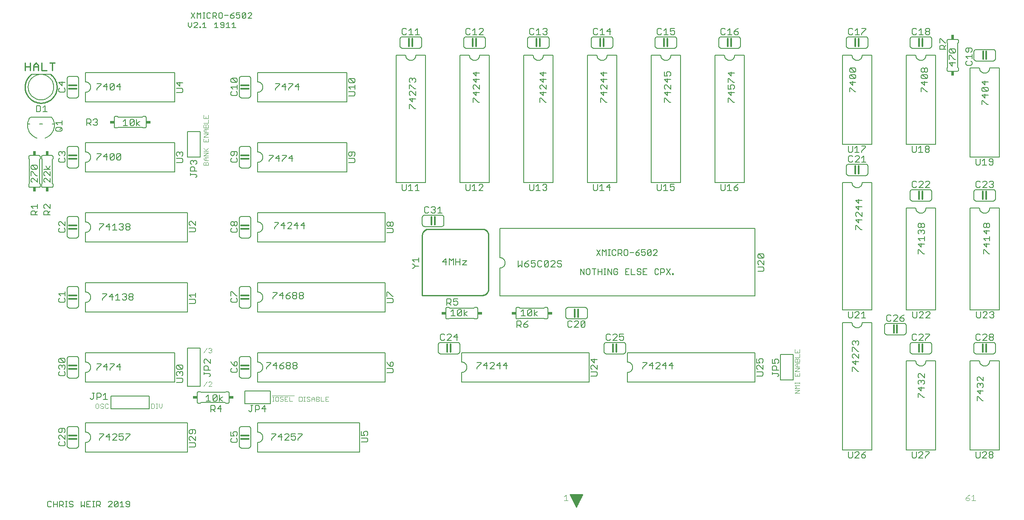
<source format=gto>
G75*
G70*
%OFA0B0*%
%FSLAX24Y24*%
%IPPOS*%
%LPD*%
%AMOC8*
5,1,8,0,0,1.08239X$1,22.5*
%
%ADD10C,0.0080*%
%ADD11C,0.0110*%
%ADD12C,0.0060*%
%ADD13C,0.0040*%
%ADD14C,0.0070*%
%ADD15C,0.0100*%
%ADD16C,0.0120*%
%ADD17R,0.0240X0.0340*%
%ADD18C,0.0050*%
%ADD19R,0.0340X0.0240*%
D10*
X002430Y037600D02*
X003930Y037600D01*
X014720Y041405D02*
X014860Y041265D01*
X015000Y041405D01*
X015000Y041685D01*
X015180Y041615D02*
X015250Y041685D01*
X015391Y041685D01*
X015461Y041615D01*
X015461Y041545D01*
X015180Y041265D01*
X015461Y041265D01*
X015641Y041265D02*
X015711Y041265D01*
X015711Y041335D01*
X015641Y041335D01*
X015641Y041265D01*
X015871Y041265D02*
X016151Y041265D01*
X016011Y041265D02*
X016011Y041685D01*
X015871Y041545D01*
X016792Y041545D02*
X016932Y041685D01*
X016932Y041265D01*
X016792Y041265D02*
X017072Y041265D01*
X017252Y041335D02*
X017322Y041265D01*
X017462Y041265D01*
X017532Y041335D01*
X017532Y041615D01*
X017462Y041685D01*
X017322Y041685D01*
X017252Y041615D01*
X017252Y041545D01*
X017322Y041475D01*
X017532Y041475D01*
X017713Y041545D02*
X017853Y041685D01*
X017853Y041265D01*
X017713Y041265D02*
X017993Y041265D01*
X018173Y041265D02*
X018453Y041265D01*
X018313Y041265D02*
X018313Y041685D01*
X018173Y041545D01*
X018109Y042015D02*
X018249Y042015D01*
X018320Y042085D01*
X018320Y042155D01*
X018249Y042225D01*
X018039Y042225D01*
X018039Y042085D01*
X018109Y042015D01*
X018039Y042225D02*
X018179Y042365D01*
X018320Y042435D01*
X018500Y042435D02*
X018500Y042225D01*
X018640Y042295D01*
X018710Y042295D01*
X018780Y042225D01*
X018780Y042085D01*
X018710Y042015D01*
X018570Y042015D01*
X018500Y042085D01*
X018500Y042435D02*
X018780Y042435D01*
X018960Y042365D02*
X019030Y042435D01*
X019170Y042435D01*
X019240Y042365D01*
X018960Y042085D01*
X019030Y042015D01*
X019170Y042015D01*
X019240Y042085D01*
X019240Y042365D01*
X019420Y042365D02*
X019491Y042435D01*
X019631Y042435D01*
X019701Y042365D01*
X019701Y042295D01*
X019420Y042015D01*
X019701Y042015D01*
X018960Y042085D02*
X018960Y042365D01*
X017859Y042225D02*
X017579Y042225D01*
X017399Y042085D02*
X017399Y042365D01*
X017329Y042435D01*
X017189Y042435D01*
X017118Y042365D01*
X017118Y042085D01*
X017189Y042015D01*
X017329Y042015D01*
X017399Y042085D01*
X016938Y042015D02*
X016798Y042155D01*
X016868Y042155D02*
X016658Y042155D01*
X016658Y042015D02*
X016658Y042435D01*
X016868Y042435D01*
X016938Y042365D01*
X016938Y042225D01*
X016868Y042155D01*
X016478Y042085D02*
X016408Y042015D01*
X016268Y042015D01*
X016198Y042085D01*
X016198Y042365D01*
X016268Y042435D01*
X016408Y042435D01*
X016478Y042365D01*
X016031Y042435D02*
X015891Y042435D01*
X015961Y042435D02*
X015961Y042015D01*
X015891Y042015D02*
X016031Y042015D01*
X015711Y042015D02*
X015711Y042435D01*
X015571Y042295D01*
X015430Y042435D01*
X015430Y042015D01*
X015250Y042015D02*
X014970Y042435D01*
X015250Y042435D02*
X014970Y042015D01*
X014720Y041685D02*
X014720Y041405D01*
D11*
X004273Y038496D02*
X003880Y038496D01*
X004076Y038496D02*
X004076Y037905D01*
X003629Y037905D02*
X003235Y037905D01*
X003235Y038496D01*
X002984Y038299D02*
X002984Y037905D01*
X002984Y038200D02*
X002590Y038200D01*
X002590Y038299D02*
X002787Y038496D01*
X002984Y038299D01*
X002590Y038299D02*
X002590Y037905D01*
X002340Y037905D02*
X002340Y038496D01*
X002340Y038200D02*
X001946Y038200D01*
X001946Y037905D02*
X001946Y038496D01*
D12*
X003710Y003703D02*
X003783Y003630D01*
X003930Y003630D01*
X004004Y003703D01*
X004170Y003630D02*
X004170Y004070D01*
X004004Y003997D02*
X003930Y004070D01*
X003783Y004070D01*
X003710Y003997D01*
X003710Y003703D01*
X004170Y003850D02*
X004464Y003850D01*
X004631Y003777D02*
X004851Y003777D01*
X004924Y003850D01*
X004924Y003997D01*
X004851Y004070D01*
X004631Y004070D01*
X004631Y003630D01*
X004464Y003630D02*
X004464Y004070D01*
X004778Y003777D02*
X004924Y003630D01*
X005091Y003630D02*
X005238Y003630D01*
X005165Y003630D02*
X005165Y004070D01*
X005238Y004070D02*
X005091Y004070D01*
X005398Y003997D02*
X005398Y003924D01*
X005472Y003850D01*
X005618Y003850D01*
X005692Y003777D01*
X005692Y003703D01*
X005618Y003630D01*
X005472Y003630D01*
X005398Y003703D01*
X005398Y003997D02*
X005472Y004070D01*
X005618Y004070D01*
X005692Y003997D01*
X006319Y004070D02*
X006319Y003630D01*
X006466Y003777D01*
X006612Y003630D01*
X006612Y004070D01*
X006779Y004070D02*
X006779Y003630D01*
X007073Y003630D01*
X007240Y003630D02*
X007386Y003630D01*
X007313Y003630D02*
X007313Y004070D01*
X007240Y004070D02*
X007386Y004070D01*
X007547Y004070D02*
X007767Y004070D01*
X007840Y003997D01*
X007840Y003850D01*
X007767Y003777D01*
X007547Y003777D01*
X007693Y003777D02*
X007840Y003630D01*
X007547Y003630D02*
X007547Y004070D01*
X007073Y004070D02*
X006779Y004070D01*
X006779Y003850D02*
X006926Y003850D01*
X008467Y003997D02*
X008541Y004070D01*
X008688Y004070D01*
X008761Y003997D01*
X008761Y003924D01*
X008467Y003630D01*
X008761Y003630D01*
X008928Y003703D02*
X009221Y003997D01*
X009221Y003703D01*
X009148Y003630D01*
X009001Y003630D01*
X008928Y003703D01*
X008928Y003997D01*
X009001Y004070D01*
X009148Y004070D01*
X009221Y003997D01*
X009388Y003924D02*
X009535Y004070D01*
X009535Y003630D01*
X009388Y003630D02*
X009682Y003630D01*
X009849Y003703D02*
X009922Y003630D01*
X010069Y003630D01*
X010142Y003703D01*
X010142Y003997D01*
X010069Y004070D01*
X009922Y004070D01*
X009849Y003997D01*
X009849Y003924D01*
X009922Y003850D01*
X010142Y003850D01*
X006680Y007950D02*
X006680Y008700D01*
X006719Y008702D01*
X006758Y008708D01*
X006796Y008717D01*
X006833Y008730D01*
X006869Y008747D01*
X006902Y008767D01*
X006934Y008791D01*
X006963Y008817D01*
X006989Y008846D01*
X007013Y008878D01*
X007033Y008911D01*
X007050Y008947D01*
X007063Y008984D01*
X007072Y009022D01*
X007078Y009061D01*
X007080Y009100D01*
X007078Y009139D01*
X007072Y009178D01*
X007063Y009216D01*
X007050Y009253D01*
X007033Y009289D01*
X007013Y009322D01*
X006989Y009354D01*
X006963Y009383D01*
X006934Y009409D01*
X006902Y009433D01*
X006869Y009453D01*
X006833Y009470D01*
X006796Y009483D01*
X006758Y009492D01*
X006719Y009498D01*
X006680Y009500D01*
X006680Y010250D01*
X014680Y010250D01*
X014680Y007950D01*
X006680Y007950D01*
X006130Y008450D02*
X006130Y009750D01*
X006128Y009776D01*
X006123Y009802D01*
X006115Y009827D01*
X006103Y009850D01*
X006089Y009872D01*
X006071Y009891D01*
X006052Y009909D01*
X006030Y009923D01*
X006007Y009935D01*
X005982Y009943D01*
X005956Y009948D01*
X005930Y009950D01*
X005430Y009950D01*
X005404Y009948D01*
X005378Y009943D01*
X005353Y009935D01*
X005330Y009923D01*
X005308Y009909D01*
X005289Y009891D01*
X005271Y009872D01*
X005257Y009850D01*
X005245Y009827D01*
X005237Y009802D01*
X005232Y009776D01*
X005230Y009750D01*
X005230Y008450D01*
X005232Y008424D01*
X005237Y008398D01*
X005245Y008373D01*
X005257Y008350D01*
X005271Y008328D01*
X005289Y008309D01*
X005308Y008291D01*
X005330Y008277D01*
X005353Y008265D01*
X005378Y008257D01*
X005404Y008252D01*
X005430Y008250D01*
X005930Y008250D01*
X005956Y008252D01*
X005982Y008257D01*
X006007Y008265D01*
X006030Y008277D01*
X006052Y008291D01*
X006071Y008309D01*
X006089Y008328D01*
X006103Y008350D01*
X006115Y008373D01*
X006123Y008398D01*
X006128Y008424D01*
X006130Y008450D01*
X006680Y013450D02*
X006680Y014200D01*
X006719Y014202D01*
X006758Y014208D01*
X006796Y014217D01*
X006833Y014230D01*
X006869Y014247D01*
X006902Y014267D01*
X006934Y014291D01*
X006963Y014317D01*
X006989Y014346D01*
X007013Y014378D01*
X007033Y014411D01*
X007050Y014447D01*
X007063Y014484D01*
X007072Y014522D01*
X007078Y014561D01*
X007080Y014600D01*
X007078Y014639D01*
X007072Y014678D01*
X007063Y014716D01*
X007050Y014753D01*
X007033Y014789D01*
X007013Y014822D01*
X006989Y014854D01*
X006963Y014883D01*
X006934Y014909D01*
X006902Y014933D01*
X006869Y014953D01*
X006833Y014970D01*
X006796Y014983D01*
X006758Y014992D01*
X006719Y014998D01*
X006680Y015000D01*
X006680Y015750D01*
X013680Y015750D01*
X013680Y013450D01*
X006680Y013450D01*
X006130Y013950D02*
X006130Y015250D01*
X006128Y015276D01*
X006123Y015302D01*
X006115Y015327D01*
X006103Y015350D01*
X006089Y015372D01*
X006071Y015391D01*
X006052Y015409D01*
X006030Y015423D01*
X006007Y015435D01*
X005982Y015443D01*
X005956Y015448D01*
X005930Y015450D01*
X005430Y015450D01*
X005404Y015448D01*
X005378Y015443D01*
X005353Y015435D01*
X005330Y015423D01*
X005308Y015409D01*
X005289Y015391D01*
X005271Y015372D01*
X005257Y015350D01*
X005245Y015327D01*
X005237Y015302D01*
X005232Y015276D01*
X005230Y015250D01*
X005230Y013950D01*
X005232Y013924D01*
X005237Y013898D01*
X005245Y013873D01*
X005257Y013850D01*
X005271Y013828D01*
X005289Y013809D01*
X005308Y013791D01*
X005330Y013777D01*
X005353Y013765D01*
X005378Y013757D01*
X005404Y013752D01*
X005430Y013750D01*
X005930Y013750D01*
X005956Y013752D01*
X005982Y013757D01*
X006007Y013765D01*
X006030Y013777D01*
X006052Y013791D01*
X006071Y013809D01*
X006089Y013828D01*
X006103Y013850D01*
X006115Y013873D01*
X006123Y013898D01*
X006128Y013924D01*
X006130Y013950D01*
X006680Y018950D02*
X006680Y019700D01*
X006719Y019702D01*
X006758Y019708D01*
X006796Y019717D01*
X006833Y019730D01*
X006869Y019747D01*
X006902Y019767D01*
X006934Y019791D01*
X006963Y019817D01*
X006989Y019846D01*
X007013Y019878D01*
X007033Y019911D01*
X007050Y019947D01*
X007063Y019984D01*
X007072Y020022D01*
X007078Y020061D01*
X007080Y020100D01*
X007078Y020139D01*
X007072Y020178D01*
X007063Y020216D01*
X007050Y020253D01*
X007033Y020289D01*
X007013Y020322D01*
X006989Y020354D01*
X006963Y020383D01*
X006934Y020409D01*
X006902Y020433D01*
X006869Y020453D01*
X006833Y020470D01*
X006796Y020483D01*
X006758Y020492D01*
X006719Y020498D01*
X006680Y020500D01*
X006680Y021250D01*
X014680Y021250D01*
X014680Y018950D01*
X006680Y018950D01*
X006130Y019450D02*
X006130Y020750D01*
X006128Y020776D01*
X006123Y020802D01*
X006115Y020827D01*
X006103Y020850D01*
X006089Y020872D01*
X006071Y020891D01*
X006052Y020909D01*
X006030Y020923D01*
X006007Y020935D01*
X005982Y020943D01*
X005956Y020948D01*
X005930Y020950D01*
X005430Y020950D01*
X005404Y020948D01*
X005378Y020943D01*
X005353Y020935D01*
X005330Y020923D01*
X005308Y020909D01*
X005289Y020891D01*
X005271Y020872D01*
X005257Y020850D01*
X005245Y020827D01*
X005237Y020802D01*
X005232Y020776D01*
X005230Y020750D01*
X005230Y019450D01*
X005232Y019424D01*
X005237Y019398D01*
X005245Y019373D01*
X005257Y019350D01*
X005271Y019328D01*
X005289Y019309D01*
X005308Y019291D01*
X005330Y019277D01*
X005353Y019265D01*
X005378Y019257D01*
X005404Y019252D01*
X005430Y019250D01*
X005930Y019250D01*
X005956Y019252D01*
X005982Y019257D01*
X006007Y019265D01*
X006030Y019277D01*
X006052Y019291D01*
X006071Y019309D01*
X006089Y019328D01*
X006103Y019350D01*
X006115Y019373D01*
X006123Y019398D01*
X006128Y019424D01*
X006130Y019450D01*
X006680Y024450D02*
X006680Y025200D01*
X006719Y025202D01*
X006758Y025208D01*
X006796Y025217D01*
X006833Y025230D01*
X006869Y025247D01*
X006902Y025267D01*
X006934Y025291D01*
X006963Y025317D01*
X006989Y025346D01*
X007013Y025378D01*
X007033Y025411D01*
X007050Y025447D01*
X007063Y025484D01*
X007072Y025522D01*
X007078Y025561D01*
X007080Y025600D01*
X007078Y025639D01*
X007072Y025678D01*
X007063Y025716D01*
X007050Y025753D01*
X007033Y025789D01*
X007013Y025822D01*
X006989Y025854D01*
X006963Y025883D01*
X006934Y025909D01*
X006902Y025933D01*
X006869Y025953D01*
X006833Y025970D01*
X006796Y025983D01*
X006758Y025992D01*
X006719Y025998D01*
X006680Y026000D01*
X006680Y026750D01*
X014680Y026750D01*
X014680Y024450D01*
X006680Y024450D01*
X006130Y024950D02*
X006130Y026250D01*
X006128Y026276D01*
X006123Y026302D01*
X006115Y026327D01*
X006103Y026350D01*
X006089Y026372D01*
X006071Y026391D01*
X006052Y026409D01*
X006030Y026423D01*
X006007Y026435D01*
X005982Y026443D01*
X005956Y026448D01*
X005930Y026450D01*
X005430Y026450D01*
X005404Y026448D01*
X005378Y026443D01*
X005353Y026435D01*
X005330Y026423D01*
X005308Y026409D01*
X005289Y026391D01*
X005271Y026372D01*
X005257Y026350D01*
X005245Y026327D01*
X005237Y026302D01*
X005232Y026276D01*
X005230Y026250D01*
X005230Y024950D01*
X005232Y024924D01*
X005237Y024898D01*
X005245Y024873D01*
X005257Y024850D01*
X005271Y024828D01*
X005289Y024809D01*
X005308Y024791D01*
X005330Y024777D01*
X005353Y024765D01*
X005378Y024757D01*
X005404Y024752D01*
X005430Y024750D01*
X005930Y024750D01*
X005956Y024752D01*
X005982Y024757D01*
X006007Y024765D01*
X006030Y024777D01*
X006052Y024791D01*
X006071Y024809D01*
X006089Y024828D01*
X006103Y024850D01*
X006115Y024873D01*
X006123Y024898D01*
X006128Y024924D01*
X006130Y024950D01*
X004030Y028725D02*
X003330Y028725D01*
X003313Y028727D01*
X003296Y028731D01*
X003280Y028738D01*
X003266Y028748D01*
X003253Y028761D01*
X003243Y028775D01*
X003236Y028791D01*
X003232Y028808D01*
X003230Y028825D01*
X003230Y028975D01*
X003280Y029025D01*
X003280Y030925D01*
X003230Y030975D01*
X003230Y031125D01*
X003232Y031142D01*
X003236Y031159D01*
X003243Y031175D01*
X003253Y031189D01*
X003266Y031202D01*
X003280Y031212D01*
X003296Y031219D01*
X003313Y031223D01*
X003330Y031225D01*
X004030Y031225D01*
X004047Y031223D01*
X004064Y031219D01*
X004080Y031212D01*
X004094Y031202D01*
X004107Y031189D01*
X004117Y031175D01*
X004124Y031159D01*
X004128Y031142D01*
X004130Y031125D01*
X004130Y030975D01*
X004080Y030925D01*
X004080Y029025D01*
X004130Y028975D01*
X004130Y028825D01*
X004128Y028808D01*
X004124Y028791D01*
X004117Y028775D01*
X004107Y028761D01*
X004094Y028748D01*
X004080Y028738D01*
X004064Y028731D01*
X004047Y028727D01*
X004030Y028725D01*
X003130Y028825D02*
X003130Y028975D01*
X003080Y029025D01*
X003080Y030925D01*
X003130Y030975D01*
X003130Y031125D01*
X003128Y031142D01*
X003124Y031159D01*
X003117Y031175D01*
X003107Y031189D01*
X003094Y031202D01*
X003080Y031212D01*
X003064Y031219D01*
X003047Y031223D01*
X003030Y031225D01*
X002330Y031225D01*
X002313Y031223D01*
X002296Y031219D01*
X002280Y031212D01*
X002266Y031202D01*
X002253Y031189D01*
X002243Y031175D01*
X002236Y031159D01*
X002232Y031142D01*
X002230Y031125D01*
X002230Y030975D01*
X002280Y030925D01*
X002280Y029025D01*
X002230Y028975D01*
X002230Y028825D01*
X002232Y028808D01*
X002236Y028791D01*
X002243Y028775D01*
X002253Y028761D01*
X002266Y028748D01*
X002280Y028738D01*
X002296Y028731D01*
X002313Y028727D01*
X002330Y028725D01*
X003030Y028725D01*
X003047Y028727D01*
X003064Y028731D01*
X003080Y028738D01*
X003094Y028748D01*
X003107Y028761D01*
X003117Y028775D01*
X003124Y028791D01*
X003128Y028808D01*
X003130Y028825D01*
X005430Y030250D02*
X005930Y030250D01*
X005956Y030252D01*
X005982Y030257D01*
X006007Y030265D01*
X006030Y030277D01*
X006052Y030291D01*
X006071Y030309D01*
X006089Y030328D01*
X006103Y030350D01*
X006115Y030373D01*
X006123Y030398D01*
X006128Y030424D01*
X006130Y030450D01*
X006130Y031750D01*
X006128Y031776D01*
X006123Y031802D01*
X006115Y031827D01*
X006103Y031850D01*
X006089Y031872D01*
X006071Y031891D01*
X006052Y031909D01*
X006030Y031923D01*
X006007Y031935D01*
X005982Y031943D01*
X005956Y031948D01*
X005930Y031950D01*
X005430Y031950D01*
X005404Y031948D01*
X005378Y031943D01*
X005353Y031935D01*
X005330Y031923D01*
X005308Y031909D01*
X005289Y031891D01*
X005271Y031872D01*
X005257Y031850D01*
X005245Y031827D01*
X005237Y031802D01*
X005232Y031776D01*
X005230Y031750D01*
X005230Y030450D01*
X005232Y030424D01*
X005237Y030398D01*
X005245Y030373D01*
X005257Y030350D01*
X005271Y030328D01*
X005289Y030309D01*
X005308Y030291D01*
X005330Y030277D01*
X005353Y030265D01*
X005378Y030257D01*
X005404Y030252D01*
X005430Y030250D01*
X006680Y029950D02*
X006680Y030700D01*
X006719Y030702D01*
X006758Y030708D01*
X006796Y030717D01*
X006833Y030730D01*
X006869Y030747D01*
X006902Y030767D01*
X006934Y030791D01*
X006963Y030817D01*
X006989Y030846D01*
X007013Y030878D01*
X007033Y030911D01*
X007050Y030947D01*
X007063Y030984D01*
X007072Y031022D01*
X007078Y031061D01*
X007080Y031100D01*
X007078Y031139D01*
X007072Y031178D01*
X007063Y031216D01*
X007050Y031253D01*
X007033Y031289D01*
X007013Y031322D01*
X006989Y031354D01*
X006963Y031383D01*
X006934Y031409D01*
X006902Y031433D01*
X006869Y031453D01*
X006833Y031470D01*
X006796Y031483D01*
X006758Y031492D01*
X006719Y031498D01*
X006680Y031500D01*
X006680Y032250D01*
X013680Y032250D01*
X013680Y029950D01*
X006680Y029950D01*
X009030Y033400D02*
X009180Y033400D01*
X009230Y033450D01*
X011130Y033450D01*
X011180Y033400D01*
X011330Y033400D01*
X011347Y033402D01*
X011364Y033406D01*
X011380Y033413D01*
X011394Y033423D01*
X011407Y033436D01*
X011417Y033450D01*
X011424Y033466D01*
X011428Y033483D01*
X011430Y033500D01*
X011430Y034200D01*
X011428Y034217D01*
X011424Y034234D01*
X011417Y034250D01*
X011407Y034264D01*
X011394Y034277D01*
X011380Y034287D01*
X011364Y034294D01*
X011347Y034298D01*
X011330Y034300D01*
X011180Y034300D01*
X011130Y034250D01*
X009230Y034250D01*
X009180Y034300D01*
X009030Y034300D01*
X009013Y034298D01*
X008996Y034294D01*
X008980Y034287D01*
X008966Y034277D01*
X008953Y034264D01*
X008943Y034250D01*
X008936Y034234D01*
X008932Y034217D01*
X008930Y034200D01*
X008930Y033500D01*
X008932Y033483D01*
X008936Y033466D01*
X008943Y033450D01*
X008953Y033436D01*
X008966Y033423D01*
X008980Y033413D01*
X008996Y033406D01*
X009013Y033402D01*
X009030Y033400D01*
X006680Y035450D02*
X006680Y036200D01*
X006719Y036202D01*
X006758Y036208D01*
X006796Y036217D01*
X006833Y036230D01*
X006869Y036247D01*
X006902Y036267D01*
X006934Y036291D01*
X006963Y036317D01*
X006989Y036346D01*
X007013Y036378D01*
X007033Y036411D01*
X007050Y036447D01*
X007063Y036484D01*
X007072Y036522D01*
X007078Y036561D01*
X007080Y036600D01*
X007078Y036639D01*
X007072Y036678D01*
X007063Y036716D01*
X007050Y036753D01*
X007033Y036789D01*
X007013Y036822D01*
X006989Y036854D01*
X006963Y036883D01*
X006934Y036909D01*
X006902Y036933D01*
X006869Y036953D01*
X006833Y036970D01*
X006796Y036983D01*
X006758Y036992D01*
X006719Y036998D01*
X006680Y037000D01*
X006680Y037750D01*
X013680Y037750D01*
X013680Y035450D01*
X006680Y035450D01*
X005930Y035750D02*
X005430Y035750D01*
X005404Y035752D01*
X005378Y035757D01*
X005353Y035765D01*
X005330Y035777D01*
X005308Y035791D01*
X005289Y035809D01*
X005271Y035828D01*
X005257Y035850D01*
X005245Y035873D01*
X005237Y035898D01*
X005232Y035924D01*
X005230Y035950D01*
X005230Y037250D01*
X005232Y037276D01*
X005237Y037302D01*
X005245Y037327D01*
X005257Y037350D01*
X005271Y037372D01*
X005289Y037391D01*
X005308Y037409D01*
X005330Y037423D01*
X005353Y037435D01*
X005378Y037443D01*
X005404Y037448D01*
X005430Y037450D01*
X005930Y037450D01*
X005956Y037448D01*
X005982Y037443D01*
X006007Y037435D01*
X006030Y037423D01*
X006052Y037409D01*
X006071Y037391D01*
X006089Y037372D01*
X006103Y037350D01*
X006115Y037327D01*
X006123Y037302D01*
X006128Y037276D01*
X006130Y037250D01*
X006130Y035950D01*
X006128Y035924D01*
X006123Y035898D01*
X006115Y035873D01*
X006103Y035850D01*
X006089Y035828D01*
X006071Y035809D01*
X006052Y035791D01*
X006030Y035777D01*
X006007Y035765D01*
X005982Y035757D01*
X005956Y035752D01*
X005930Y035750D01*
X002180Y036600D02*
X002182Y036663D01*
X002188Y036725D01*
X002198Y036787D01*
X002211Y036849D01*
X002229Y036909D01*
X002250Y036968D01*
X002275Y037026D01*
X002304Y037082D01*
X002336Y037136D01*
X002371Y037188D01*
X002409Y037237D01*
X002451Y037285D01*
X002495Y037329D01*
X002543Y037371D01*
X002592Y037409D01*
X002644Y037444D01*
X002698Y037476D01*
X002754Y037505D01*
X002812Y037530D01*
X002871Y037551D01*
X002931Y037569D01*
X002993Y037582D01*
X003055Y037592D01*
X003117Y037598D01*
X003180Y037600D01*
X003243Y037598D01*
X003305Y037592D01*
X003367Y037582D01*
X003429Y037569D01*
X003489Y037551D01*
X003548Y037530D01*
X003606Y037505D01*
X003662Y037476D01*
X003716Y037444D01*
X003768Y037409D01*
X003817Y037371D01*
X003865Y037329D01*
X003909Y037285D01*
X003951Y037237D01*
X003989Y037188D01*
X004024Y037136D01*
X004056Y037082D01*
X004085Y037026D01*
X004110Y036968D01*
X004131Y036909D01*
X004149Y036849D01*
X004162Y036787D01*
X004172Y036725D01*
X004178Y036663D01*
X004180Y036600D01*
X004178Y036537D01*
X004172Y036475D01*
X004162Y036413D01*
X004149Y036351D01*
X004131Y036291D01*
X004110Y036232D01*
X004085Y036174D01*
X004056Y036118D01*
X004024Y036064D01*
X003989Y036012D01*
X003951Y035963D01*
X003909Y035915D01*
X003865Y035871D01*
X003817Y035829D01*
X003768Y035791D01*
X003716Y035756D01*
X003662Y035724D01*
X003606Y035695D01*
X003548Y035670D01*
X003489Y035649D01*
X003429Y035631D01*
X003367Y035618D01*
X003305Y035608D01*
X003243Y035602D01*
X003180Y035600D01*
X003117Y035602D01*
X003055Y035608D01*
X002993Y035618D01*
X002931Y035631D01*
X002871Y035649D01*
X002812Y035670D01*
X002754Y035695D01*
X002698Y035724D01*
X002644Y035756D01*
X002592Y035791D01*
X002543Y035829D01*
X002495Y035871D01*
X002451Y035915D01*
X002409Y035963D01*
X002371Y036012D01*
X002336Y036064D01*
X002304Y036118D01*
X002275Y036174D01*
X002250Y036232D01*
X002229Y036291D01*
X002211Y036351D01*
X002198Y036413D01*
X002188Y036475D01*
X002182Y036537D01*
X002180Y036600D01*
X018730Y035950D02*
X018730Y037250D01*
X018732Y037276D01*
X018737Y037302D01*
X018745Y037327D01*
X018757Y037350D01*
X018771Y037372D01*
X018789Y037391D01*
X018808Y037409D01*
X018830Y037423D01*
X018853Y037435D01*
X018878Y037443D01*
X018904Y037448D01*
X018930Y037450D01*
X019430Y037450D01*
X019456Y037448D01*
X019482Y037443D01*
X019507Y037435D01*
X019530Y037423D01*
X019552Y037409D01*
X019571Y037391D01*
X019589Y037372D01*
X019603Y037350D01*
X019615Y037327D01*
X019623Y037302D01*
X019628Y037276D01*
X019630Y037250D01*
X019630Y035950D01*
X019628Y035924D01*
X019623Y035898D01*
X019615Y035873D01*
X019603Y035850D01*
X019589Y035828D01*
X019571Y035809D01*
X019552Y035791D01*
X019530Y035777D01*
X019507Y035765D01*
X019482Y035757D01*
X019456Y035752D01*
X019430Y035750D01*
X018930Y035750D01*
X018904Y035752D01*
X018878Y035757D01*
X018853Y035765D01*
X018830Y035777D01*
X018808Y035791D01*
X018789Y035809D01*
X018771Y035828D01*
X018757Y035850D01*
X018745Y035873D01*
X018737Y035898D01*
X018732Y035924D01*
X018730Y035950D01*
X020180Y036200D02*
X020180Y035450D01*
X027180Y035450D01*
X027180Y037750D01*
X020180Y037750D01*
X020180Y037000D01*
X020219Y036998D01*
X020258Y036992D01*
X020296Y036983D01*
X020333Y036970D01*
X020369Y036953D01*
X020402Y036933D01*
X020434Y036909D01*
X020463Y036883D01*
X020489Y036854D01*
X020513Y036822D01*
X020533Y036789D01*
X020550Y036753D01*
X020563Y036716D01*
X020572Y036678D01*
X020578Y036639D01*
X020580Y036600D01*
X020578Y036561D01*
X020572Y036522D01*
X020563Y036484D01*
X020550Y036447D01*
X020533Y036411D01*
X020513Y036378D01*
X020489Y036346D01*
X020463Y036317D01*
X020434Y036291D01*
X020402Y036267D01*
X020369Y036247D01*
X020333Y036230D01*
X020296Y036217D01*
X020258Y036208D01*
X020219Y036202D01*
X020180Y036200D01*
X020180Y032250D02*
X020180Y031500D01*
X020219Y031498D01*
X020258Y031492D01*
X020296Y031483D01*
X020333Y031470D01*
X020369Y031453D01*
X020402Y031433D01*
X020434Y031409D01*
X020463Y031383D01*
X020489Y031354D01*
X020513Y031322D01*
X020533Y031289D01*
X020550Y031253D01*
X020563Y031216D01*
X020572Y031178D01*
X020578Y031139D01*
X020580Y031100D01*
X020578Y031061D01*
X020572Y031022D01*
X020563Y030984D01*
X020550Y030947D01*
X020533Y030911D01*
X020513Y030878D01*
X020489Y030846D01*
X020463Y030817D01*
X020434Y030791D01*
X020402Y030767D01*
X020369Y030747D01*
X020333Y030730D01*
X020296Y030717D01*
X020258Y030708D01*
X020219Y030702D01*
X020180Y030700D01*
X020180Y029950D01*
X027180Y029950D01*
X027180Y032250D01*
X020180Y032250D01*
X019630Y031750D02*
X019630Y030450D01*
X019628Y030424D01*
X019623Y030398D01*
X019615Y030373D01*
X019603Y030350D01*
X019589Y030328D01*
X019571Y030309D01*
X019552Y030291D01*
X019530Y030277D01*
X019507Y030265D01*
X019482Y030257D01*
X019456Y030252D01*
X019430Y030250D01*
X018930Y030250D01*
X018904Y030252D01*
X018878Y030257D01*
X018853Y030265D01*
X018830Y030277D01*
X018808Y030291D01*
X018789Y030309D01*
X018771Y030328D01*
X018757Y030350D01*
X018745Y030373D01*
X018737Y030398D01*
X018732Y030424D01*
X018730Y030450D01*
X018730Y031750D01*
X018732Y031776D01*
X018737Y031802D01*
X018745Y031827D01*
X018757Y031850D01*
X018771Y031872D01*
X018789Y031891D01*
X018808Y031909D01*
X018830Y031923D01*
X018853Y031935D01*
X018878Y031943D01*
X018904Y031948D01*
X018930Y031950D01*
X019430Y031950D01*
X019456Y031948D01*
X019482Y031943D01*
X019507Y031935D01*
X019530Y031923D01*
X019552Y031909D01*
X019571Y031891D01*
X019589Y031872D01*
X019603Y031850D01*
X019615Y031827D01*
X019623Y031802D01*
X019628Y031776D01*
X019630Y031750D01*
X020180Y026750D02*
X020180Y026000D01*
X020219Y025998D01*
X020258Y025992D01*
X020296Y025983D01*
X020333Y025970D01*
X020369Y025953D01*
X020402Y025933D01*
X020434Y025909D01*
X020463Y025883D01*
X020489Y025854D01*
X020513Y025822D01*
X020533Y025789D01*
X020550Y025753D01*
X020563Y025716D01*
X020572Y025678D01*
X020578Y025639D01*
X020580Y025600D01*
X020578Y025561D01*
X020572Y025522D01*
X020563Y025484D01*
X020550Y025447D01*
X020533Y025411D01*
X020513Y025378D01*
X020489Y025346D01*
X020463Y025317D01*
X020434Y025291D01*
X020402Y025267D01*
X020369Y025247D01*
X020333Y025230D01*
X020296Y025217D01*
X020258Y025208D01*
X020219Y025202D01*
X020180Y025200D01*
X020180Y024450D01*
X030180Y024450D01*
X030180Y026750D01*
X020180Y026750D01*
X019630Y026250D02*
X019630Y024950D01*
X019628Y024924D01*
X019623Y024898D01*
X019615Y024873D01*
X019603Y024850D01*
X019589Y024828D01*
X019571Y024809D01*
X019552Y024791D01*
X019530Y024777D01*
X019507Y024765D01*
X019482Y024757D01*
X019456Y024752D01*
X019430Y024750D01*
X018930Y024750D01*
X018904Y024752D01*
X018878Y024757D01*
X018853Y024765D01*
X018830Y024777D01*
X018808Y024791D01*
X018789Y024809D01*
X018771Y024828D01*
X018757Y024850D01*
X018745Y024873D01*
X018737Y024898D01*
X018732Y024924D01*
X018730Y024950D01*
X018730Y026250D01*
X018732Y026276D01*
X018737Y026302D01*
X018745Y026327D01*
X018757Y026350D01*
X018771Y026372D01*
X018789Y026391D01*
X018808Y026409D01*
X018830Y026423D01*
X018853Y026435D01*
X018878Y026443D01*
X018904Y026448D01*
X018930Y026450D01*
X019430Y026450D01*
X019456Y026448D01*
X019482Y026443D01*
X019507Y026435D01*
X019530Y026423D01*
X019552Y026409D01*
X019571Y026391D01*
X019589Y026372D01*
X019603Y026350D01*
X019615Y026327D01*
X019623Y026302D01*
X019628Y026276D01*
X019630Y026250D01*
X020180Y021250D02*
X020180Y020500D01*
X020219Y020498D01*
X020258Y020492D01*
X020296Y020483D01*
X020333Y020470D01*
X020369Y020453D01*
X020402Y020433D01*
X020434Y020409D01*
X020463Y020383D01*
X020489Y020354D01*
X020513Y020322D01*
X020533Y020289D01*
X020550Y020253D01*
X020563Y020216D01*
X020572Y020178D01*
X020578Y020139D01*
X020580Y020100D01*
X020578Y020061D01*
X020572Y020022D01*
X020563Y019984D01*
X020550Y019947D01*
X020533Y019911D01*
X020513Y019878D01*
X020489Y019846D01*
X020463Y019817D01*
X020434Y019791D01*
X020402Y019767D01*
X020369Y019747D01*
X020333Y019730D01*
X020296Y019717D01*
X020258Y019708D01*
X020219Y019702D01*
X020180Y019700D01*
X020180Y018950D01*
X030180Y018950D01*
X030180Y021250D01*
X020180Y021250D01*
X019430Y020950D02*
X018930Y020950D01*
X018904Y020948D01*
X018878Y020943D01*
X018853Y020935D01*
X018830Y020923D01*
X018808Y020909D01*
X018789Y020891D01*
X018771Y020872D01*
X018757Y020850D01*
X018745Y020827D01*
X018737Y020802D01*
X018732Y020776D01*
X018730Y020750D01*
X018730Y019450D01*
X018732Y019424D01*
X018737Y019398D01*
X018745Y019373D01*
X018757Y019350D01*
X018771Y019328D01*
X018789Y019309D01*
X018808Y019291D01*
X018830Y019277D01*
X018853Y019265D01*
X018878Y019257D01*
X018904Y019252D01*
X018930Y019250D01*
X019430Y019250D01*
X019456Y019252D01*
X019482Y019257D01*
X019507Y019265D01*
X019530Y019277D01*
X019552Y019291D01*
X019571Y019309D01*
X019589Y019328D01*
X019603Y019350D01*
X019615Y019373D01*
X019623Y019398D01*
X019628Y019424D01*
X019630Y019450D01*
X019630Y020750D01*
X019628Y020776D01*
X019623Y020802D01*
X019615Y020827D01*
X019603Y020850D01*
X019589Y020872D01*
X019571Y020891D01*
X019552Y020909D01*
X019530Y020923D01*
X019507Y020935D01*
X019482Y020943D01*
X019456Y020948D01*
X019430Y020950D01*
X020180Y015750D02*
X020180Y015000D01*
X020219Y014998D01*
X020258Y014992D01*
X020296Y014983D01*
X020333Y014970D01*
X020369Y014953D01*
X020402Y014933D01*
X020434Y014909D01*
X020463Y014883D01*
X020489Y014854D01*
X020513Y014822D01*
X020533Y014789D01*
X020550Y014753D01*
X020563Y014716D01*
X020572Y014678D01*
X020578Y014639D01*
X020580Y014600D01*
X020578Y014561D01*
X020572Y014522D01*
X020563Y014484D01*
X020550Y014447D01*
X020533Y014411D01*
X020513Y014378D01*
X020489Y014346D01*
X020463Y014317D01*
X020434Y014291D01*
X020402Y014267D01*
X020369Y014247D01*
X020333Y014230D01*
X020296Y014217D01*
X020258Y014208D01*
X020219Y014202D01*
X020180Y014200D01*
X020180Y013450D01*
X030180Y013450D01*
X030180Y015750D01*
X020180Y015750D01*
X019630Y015250D02*
X019630Y013950D01*
X019628Y013924D01*
X019623Y013898D01*
X019615Y013873D01*
X019603Y013850D01*
X019589Y013828D01*
X019571Y013809D01*
X019552Y013791D01*
X019530Y013777D01*
X019507Y013765D01*
X019482Y013757D01*
X019456Y013752D01*
X019430Y013750D01*
X018930Y013750D01*
X018904Y013752D01*
X018878Y013757D01*
X018853Y013765D01*
X018830Y013777D01*
X018808Y013791D01*
X018789Y013809D01*
X018771Y013828D01*
X018757Y013850D01*
X018745Y013873D01*
X018737Y013898D01*
X018732Y013924D01*
X018730Y013950D01*
X018730Y015250D01*
X018732Y015276D01*
X018737Y015302D01*
X018745Y015327D01*
X018757Y015350D01*
X018771Y015372D01*
X018789Y015391D01*
X018808Y015409D01*
X018830Y015423D01*
X018853Y015435D01*
X018878Y015443D01*
X018904Y015448D01*
X018930Y015450D01*
X019430Y015450D01*
X019456Y015448D01*
X019482Y015443D01*
X019507Y015435D01*
X019530Y015423D01*
X019552Y015409D01*
X019571Y015391D01*
X019589Y015372D01*
X019603Y015350D01*
X019615Y015327D01*
X019623Y015302D01*
X019628Y015276D01*
X019630Y015250D01*
X017830Y012675D02*
X017680Y012675D01*
X017630Y012625D01*
X015730Y012625D01*
X015680Y012675D01*
X015530Y012675D01*
X015513Y012673D01*
X015496Y012669D01*
X015480Y012662D01*
X015466Y012652D01*
X015453Y012639D01*
X015443Y012625D01*
X015436Y012609D01*
X015432Y012592D01*
X015430Y012575D01*
X015430Y011875D01*
X015432Y011858D01*
X015436Y011841D01*
X015443Y011825D01*
X015453Y011811D01*
X015466Y011798D01*
X015480Y011788D01*
X015496Y011781D01*
X015513Y011777D01*
X015530Y011775D01*
X015680Y011775D01*
X015730Y011825D01*
X017630Y011825D01*
X017680Y011775D01*
X017830Y011775D01*
X017847Y011777D01*
X017864Y011781D01*
X017880Y011788D01*
X017894Y011798D01*
X017907Y011811D01*
X017917Y011825D01*
X017924Y011841D01*
X017928Y011858D01*
X017930Y011875D01*
X017930Y012575D01*
X017928Y012592D01*
X017924Y012609D01*
X017917Y012625D01*
X017907Y012639D01*
X017894Y012652D01*
X017880Y012662D01*
X017864Y012669D01*
X017847Y012673D01*
X017830Y012675D01*
X020180Y010250D02*
X020180Y009500D01*
X020219Y009498D01*
X020258Y009492D01*
X020296Y009483D01*
X020333Y009470D01*
X020369Y009453D01*
X020402Y009433D01*
X020434Y009409D01*
X020463Y009383D01*
X020489Y009354D01*
X020513Y009322D01*
X020533Y009289D01*
X020550Y009253D01*
X020563Y009216D01*
X020572Y009178D01*
X020578Y009139D01*
X020580Y009100D01*
X020578Y009061D01*
X020572Y009022D01*
X020563Y008984D01*
X020550Y008947D01*
X020533Y008911D01*
X020513Y008878D01*
X020489Y008846D01*
X020463Y008817D01*
X020434Y008791D01*
X020402Y008767D01*
X020369Y008747D01*
X020333Y008730D01*
X020296Y008717D01*
X020258Y008708D01*
X020219Y008702D01*
X020180Y008700D01*
X020180Y007950D01*
X028180Y007950D01*
X028180Y010250D01*
X020180Y010250D01*
X019630Y009750D02*
X019630Y008450D01*
X019628Y008424D01*
X019623Y008398D01*
X019615Y008373D01*
X019603Y008350D01*
X019589Y008328D01*
X019571Y008309D01*
X019552Y008291D01*
X019530Y008277D01*
X019507Y008265D01*
X019482Y008257D01*
X019456Y008252D01*
X019430Y008250D01*
X018930Y008250D01*
X018904Y008252D01*
X018878Y008257D01*
X018853Y008265D01*
X018830Y008277D01*
X018808Y008291D01*
X018789Y008309D01*
X018771Y008328D01*
X018757Y008350D01*
X018745Y008373D01*
X018737Y008398D01*
X018732Y008424D01*
X018730Y008450D01*
X018730Y009750D01*
X018732Y009776D01*
X018737Y009802D01*
X018745Y009827D01*
X018757Y009850D01*
X018771Y009872D01*
X018789Y009891D01*
X018808Y009909D01*
X018830Y009923D01*
X018853Y009935D01*
X018878Y009943D01*
X018904Y009948D01*
X018930Y009950D01*
X019430Y009950D01*
X019456Y009948D01*
X019482Y009943D01*
X019507Y009935D01*
X019530Y009923D01*
X019552Y009909D01*
X019571Y009891D01*
X019589Y009872D01*
X019603Y009850D01*
X019615Y009827D01*
X019623Y009802D01*
X019628Y009776D01*
X019630Y009750D01*
X034330Y015850D02*
X034330Y016350D01*
X034332Y016376D01*
X034337Y016402D01*
X034345Y016427D01*
X034357Y016450D01*
X034371Y016472D01*
X034389Y016491D01*
X034408Y016509D01*
X034430Y016523D01*
X034453Y016535D01*
X034478Y016543D01*
X034504Y016548D01*
X034530Y016550D01*
X035830Y016550D01*
X035856Y016548D01*
X035882Y016543D01*
X035907Y016535D01*
X035930Y016523D01*
X035952Y016509D01*
X035971Y016491D01*
X035989Y016472D01*
X036003Y016450D01*
X036015Y016427D01*
X036023Y016402D01*
X036028Y016376D01*
X036030Y016350D01*
X036030Y015850D01*
X036180Y015750D02*
X036180Y015000D01*
X036219Y014998D01*
X036258Y014992D01*
X036296Y014983D01*
X036333Y014970D01*
X036369Y014953D01*
X036402Y014933D01*
X036434Y014909D01*
X036463Y014883D01*
X036489Y014854D01*
X036513Y014822D01*
X036533Y014789D01*
X036550Y014753D01*
X036563Y014716D01*
X036572Y014678D01*
X036578Y014639D01*
X036580Y014600D01*
X036578Y014561D01*
X036572Y014522D01*
X036563Y014484D01*
X036550Y014447D01*
X036533Y014411D01*
X036513Y014378D01*
X036489Y014346D01*
X036463Y014317D01*
X036434Y014291D01*
X036402Y014267D01*
X036369Y014247D01*
X036333Y014230D01*
X036296Y014217D01*
X036258Y014208D01*
X036219Y014202D01*
X036180Y014200D01*
X036180Y013450D01*
X046180Y013450D01*
X046180Y015750D01*
X036180Y015750D01*
X036030Y015850D02*
X036028Y015824D01*
X036023Y015798D01*
X036015Y015773D01*
X036003Y015750D01*
X035989Y015728D01*
X035971Y015709D01*
X035952Y015691D01*
X035930Y015677D01*
X035907Y015665D01*
X035882Y015657D01*
X035856Y015652D01*
X035830Y015650D01*
X034530Y015650D01*
X034504Y015652D01*
X034478Y015657D01*
X034453Y015665D01*
X034430Y015677D01*
X034408Y015691D01*
X034389Y015709D01*
X034371Y015728D01*
X034357Y015750D01*
X034345Y015773D01*
X034337Y015798D01*
X034332Y015824D01*
X034330Y015850D01*
X035030Y018400D02*
X035180Y018400D01*
X035230Y018450D01*
X037130Y018450D01*
X037180Y018400D01*
X037330Y018400D01*
X037347Y018402D01*
X037364Y018406D01*
X037380Y018413D01*
X037394Y018423D01*
X037407Y018436D01*
X037417Y018450D01*
X037424Y018466D01*
X037428Y018483D01*
X037430Y018500D01*
X037430Y019200D01*
X037428Y019217D01*
X037424Y019234D01*
X037417Y019250D01*
X037407Y019264D01*
X037394Y019277D01*
X037380Y019287D01*
X037364Y019294D01*
X037347Y019298D01*
X037330Y019300D01*
X037180Y019300D01*
X037130Y019250D01*
X035230Y019250D01*
X035180Y019300D01*
X035030Y019300D01*
X035013Y019298D01*
X034996Y019294D01*
X034980Y019287D01*
X034966Y019277D01*
X034953Y019264D01*
X034943Y019250D01*
X034936Y019234D01*
X034932Y019217D01*
X034930Y019200D01*
X034930Y018500D01*
X034932Y018483D01*
X034936Y018466D01*
X034943Y018450D01*
X034953Y018436D01*
X034966Y018423D01*
X034980Y018413D01*
X034996Y018406D01*
X035013Y018402D01*
X035030Y018400D01*
X039180Y020200D02*
X039180Y022400D01*
X039219Y022402D01*
X039258Y022408D01*
X039296Y022417D01*
X039333Y022430D01*
X039369Y022447D01*
X039402Y022467D01*
X039434Y022491D01*
X039463Y022517D01*
X039489Y022546D01*
X039513Y022578D01*
X039533Y022611D01*
X039550Y022647D01*
X039563Y022684D01*
X039572Y022722D01*
X039578Y022761D01*
X039580Y022800D01*
X039578Y022839D01*
X039572Y022878D01*
X039563Y022916D01*
X039550Y022953D01*
X039533Y022989D01*
X039513Y023022D01*
X039489Y023054D01*
X039463Y023083D01*
X039434Y023109D01*
X039402Y023133D01*
X039369Y023153D01*
X039333Y023170D01*
X039296Y023183D01*
X039258Y023192D01*
X039219Y023198D01*
X039180Y023200D01*
X039180Y025500D01*
X059180Y025500D01*
X059180Y020200D01*
X039180Y020200D01*
X040430Y019200D02*
X040430Y018500D01*
X040432Y018483D01*
X040436Y018466D01*
X040443Y018450D01*
X040453Y018436D01*
X040466Y018423D01*
X040480Y018413D01*
X040496Y018406D01*
X040513Y018402D01*
X040530Y018400D01*
X040680Y018400D01*
X040730Y018450D01*
X042630Y018450D01*
X042680Y018400D01*
X042830Y018400D01*
X042847Y018402D01*
X042864Y018406D01*
X042880Y018413D01*
X042894Y018423D01*
X042907Y018436D01*
X042917Y018450D01*
X042924Y018466D01*
X042928Y018483D01*
X042930Y018500D01*
X042930Y019200D01*
X042928Y019217D01*
X042924Y019234D01*
X042917Y019250D01*
X042907Y019264D01*
X042894Y019277D01*
X042880Y019287D01*
X042864Y019294D01*
X042847Y019298D01*
X042830Y019300D01*
X042680Y019300D01*
X042630Y019250D01*
X040730Y019250D01*
X040680Y019300D01*
X040530Y019300D01*
X040513Y019298D01*
X040496Y019294D01*
X040480Y019287D01*
X040466Y019277D01*
X040453Y019264D01*
X040443Y019250D01*
X040436Y019234D01*
X040432Y019217D01*
X040430Y019200D01*
X044330Y019100D02*
X044330Y018600D01*
X044332Y018574D01*
X044337Y018548D01*
X044345Y018523D01*
X044357Y018500D01*
X044371Y018478D01*
X044389Y018459D01*
X044408Y018441D01*
X044430Y018427D01*
X044453Y018415D01*
X044478Y018407D01*
X044504Y018402D01*
X044530Y018400D01*
X045830Y018400D01*
X045856Y018402D01*
X045882Y018407D01*
X045907Y018415D01*
X045930Y018427D01*
X045952Y018441D01*
X045971Y018459D01*
X045989Y018478D01*
X046003Y018500D01*
X046015Y018523D01*
X046023Y018548D01*
X046028Y018574D01*
X046030Y018600D01*
X046030Y019100D01*
X046028Y019126D01*
X046023Y019152D01*
X046015Y019177D01*
X046003Y019200D01*
X045989Y019222D01*
X045971Y019241D01*
X045952Y019259D01*
X045930Y019273D01*
X045907Y019285D01*
X045882Y019293D01*
X045856Y019298D01*
X045830Y019300D01*
X044530Y019300D01*
X044504Y019298D01*
X044478Y019293D01*
X044453Y019285D01*
X044430Y019273D01*
X044408Y019259D01*
X044389Y019241D01*
X044371Y019222D01*
X044357Y019200D01*
X044345Y019177D01*
X044337Y019152D01*
X044332Y019126D01*
X044330Y019100D01*
X045488Y021880D02*
X045488Y022320D01*
X045782Y021880D01*
X045782Y022320D01*
X045949Y022247D02*
X045949Y021953D01*
X046022Y021880D01*
X046169Y021880D01*
X046242Y021953D01*
X046242Y022247D01*
X046169Y022320D01*
X046022Y022320D01*
X045949Y022247D01*
X046409Y022320D02*
X046703Y022320D01*
X046556Y022320D02*
X046556Y021880D01*
X046870Y021880D02*
X046870Y022320D01*
X046870Y022100D02*
X047163Y022100D01*
X047163Y022320D02*
X047163Y021880D01*
X047330Y021880D02*
X047477Y021880D01*
X047403Y021880D02*
X047403Y022320D01*
X047330Y022320D02*
X047477Y022320D01*
X047637Y022320D02*
X047931Y021880D01*
X047931Y022320D01*
X048097Y022247D02*
X048097Y021953D01*
X048171Y021880D01*
X048318Y021880D01*
X048391Y021953D01*
X048391Y022100D01*
X048244Y022100D01*
X048097Y022247D02*
X048171Y022320D01*
X048318Y022320D01*
X048391Y022247D01*
X049018Y022320D02*
X049018Y021880D01*
X049312Y021880D01*
X049479Y021880D02*
X049772Y021880D01*
X049939Y021953D02*
X050012Y021880D01*
X050159Y021880D01*
X050233Y021953D01*
X050233Y022027D01*
X050159Y022100D01*
X050012Y022100D01*
X049939Y022174D01*
X049939Y022247D01*
X050012Y022320D01*
X050159Y022320D01*
X050233Y022247D01*
X050399Y022320D02*
X050399Y021880D01*
X050693Y021880D01*
X050546Y022100D02*
X050399Y022100D01*
X050399Y022320D02*
X050693Y022320D01*
X051320Y022247D02*
X051320Y021953D01*
X051394Y021880D01*
X051540Y021880D01*
X051614Y021953D01*
X051781Y021880D02*
X051781Y022320D01*
X052001Y022320D01*
X052074Y022247D01*
X052074Y022100D01*
X052001Y022027D01*
X051781Y022027D01*
X051614Y022247D02*
X051540Y022320D01*
X051394Y022320D01*
X051320Y022247D01*
X052241Y022320D02*
X052534Y021880D01*
X052701Y021880D02*
X052775Y021880D01*
X052775Y021953D01*
X052701Y021953D01*
X052701Y021880D01*
X052241Y021880D02*
X052534Y022320D01*
X051499Y023380D02*
X051205Y023380D01*
X051499Y023674D01*
X051499Y023747D01*
X051425Y023820D01*
X051278Y023820D01*
X051205Y023747D01*
X051038Y023747D02*
X050745Y023453D01*
X050818Y023380D01*
X050965Y023380D01*
X051038Y023453D01*
X051038Y023747D01*
X050965Y023820D01*
X050818Y023820D01*
X050745Y023747D01*
X050745Y023453D01*
X050578Y023453D02*
X050504Y023380D01*
X050358Y023380D01*
X050284Y023453D01*
X050284Y023600D02*
X050431Y023674D01*
X050504Y023674D01*
X050578Y023600D01*
X050578Y023453D01*
X050284Y023600D02*
X050284Y023820D01*
X050578Y023820D01*
X050117Y023820D02*
X049971Y023747D01*
X049824Y023600D01*
X050044Y023600D01*
X050117Y023527D01*
X050117Y023453D01*
X050044Y023380D01*
X049897Y023380D01*
X049824Y023453D01*
X049824Y023600D01*
X049657Y023600D02*
X049363Y023600D01*
X049197Y023453D02*
X049197Y023747D01*
X049123Y023820D01*
X048976Y023820D01*
X048903Y023747D01*
X048903Y023453D01*
X048976Y023380D01*
X049123Y023380D01*
X049197Y023453D01*
X048736Y023380D02*
X048589Y023527D01*
X048663Y023527D02*
X048443Y023527D01*
X048443Y023380D02*
X048443Y023820D01*
X048663Y023820D01*
X048736Y023747D01*
X048736Y023600D01*
X048663Y023527D01*
X048276Y023453D02*
X048202Y023380D01*
X048056Y023380D01*
X047982Y023453D01*
X047982Y023747D01*
X048056Y023820D01*
X048202Y023820D01*
X048276Y023747D01*
X047822Y023820D02*
X047675Y023820D01*
X047749Y023820D02*
X047749Y023380D01*
X047822Y023380D02*
X047675Y023380D01*
X047509Y023380D02*
X047509Y023820D01*
X047362Y023674D01*
X047215Y023820D01*
X047215Y023380D01*
X047048Y023380D02*
X046755Y023820D01*
X047048Y023820D02*
X046755Y023380D01*
X047637Y022320D02*
X047637Y021880D01*
X049018Y022100D02*
X049165Y022100D01*
X049312Y022320D02*
X049018Y022320D01*
X049479Y022320D02*
X049479Y021880D01*
X048830Y016550D02*
X047530Y016550D01*
X047504Y016548D01*
X047478Y016543D01*
X047453Y016535D01*
X047430Y016523D01*
X047408Y016509D01*
X047389Y016491D01*
X047371Y016472D01*
X047357Y016450D01*
X047345Y016427D01*
X047337Y016402D01*
X047332Y016376D01*
X047330Y016350D01*
X047330Y015850D01*
X047332Y015824D01*
X047337Y015798D01*
X047345Y015773D01*
X047357Y015750D01*
X047371Y015728D01*
X047389Y015709D01*
X047408Y015691D01*
X047430Y015677D01*
X047453Y015665D01*
X047478Y015657D01*
X047504Y015652D01*
X047530Y015650D01*
X048830Y015650D01*
X048856Y015652D01*
X048882Y015657D01*
X048907Y015665D01*
X048930Y015677D01*
X048952Y015691D01*
X048971Y015709D01*
X048989Y015728D01*
X049003Y015750D01*
X049015Y015773D01*
X049023Y015798D01*
X049028Y015824D01*
X049030Y015850D01*
X049030Y016350D01*
X049028Y016376D01*
X049023Y016402D01*
X049015Y016427D01*
X049003Y016450D01*
X048989Y016472D01*
X048971Y016491D01*
X048952Y016509D01*
X048930Y016523D01*
X048907Y016535D01*
X048882Y016543D01*
X048856Y016548D01*
X048830Y016550D01*
X049180Y015750D02*
X049180Y015000D01*
X049219Y014998D01*
X049258Y014992D01*
X049296Y014983D01*
X049333Y014970D01*
X049369Y014953D01*
X049402Y014933D01*
X049434Y014909D01*
X049463Y014883D01*
X049489Y014854D01*
X049513Y014822D01*
X049533Y014789D01*
X049550Y014753D01*
X049563Y014716D01*
X049572Y014678D01*
X049578Y014639D01*
X049580Y014600D01*
X049578Y014561D01*
X049572Y014522D01*
X049563Y014484D01*
X049550Y014447D01*
X049533Y014411D01*
X049513Y014378D01*
X049489Y014346D01*
X049463Y014317D01*
X049434Y014291D01*
X049402Y014267D01*
X049369Y014247D01*
X049333Y014230D01*
X049296Y014217D01*
X049258Y014208D01*
X049219Y014202D01*
X049180Y014200D01*
X049180Y013450D01*
X059180Y013450D01*
X059180Y015750D01*
X049180Y015750D01*
X066030Y018100D02*
X066030Y008100D01*
X068330Y008100D01*
X068330Y018100D01*
X067580Y018100D01*
X067578Y018061D01*
X067572Y018022D01*
X067563Y017984D01*
X067550Y017947D01*
X067533Y017911D01*
X067513Y017878D01*
X067489Y017846D01*
X067463Y017817D01*
X067434Y017791D01*
X067402Y017767D01*
X067369Y017747D01*
X067333Y017730D01*
X067296Y017717D01*
X067258Y017708D01*
X067219Y017702D01*
X067180Y017700D01*
X067141Y017702D01*
X067102Y017708D01*
X067064Y017717D01*
X067027Y017730D01*
X066991Y017747D01*
X066958Y017767D01*
X066926Y017791D01*
X066897Y017817D01*
X066871Y017846D01*
X066847Y017878D01*
X066827Y017911D01*
X066810Y017947D01*
X066797Y017984D01*
X066788Y018022D01*
X066782Y018061D01*
X066780Y018100D01*
X066030Y018100D01*
X066030Y019100D02*
X068330Y019100D01*
X068330Y029100D01*
X067580Y029100D01*
X067578Y029061D01*
X067572Y029022D01*
X067563Y028984D01*
X067550Y028947D01*
X067533Y028911D01*
X067513Y028878D01*
X067489Y028846D01*
X067463Y028817D01*
X067434Y028791D01*
X067402Y028767D01*
X067369Y028747D01*
X067333Y028730D01*
X067296Y028717D01*
X067258Y028708D01*
X067219Y028702D01*
X067180Y028700D01*
X067141Y028702D01*
X067102Y028708D01*
X067064Y028717D01*
X067027Y028730D01*
X066991Y028747D01*
X066958Y028767D01*
X066926Y028791D01*
X066897Y028817D01*
X066871Y028846D01*
X066847Y028878D01*
X066827Y028911D01*
X066810Y028947D01*
X066797Y028984D01*
X066788Y029022D01*
X066782Y029061D01*
X066780Y029100D01*
X066030Y029100D01*
X066030Y019100D01*
X069330Y017850D02*
X069330Y017350D01*
X069332Y017324D01*
X069337Y017298D01*
X069345Y017273D01*
X069357Y017250D01*
X069371Y017228D01*
X069389Y017209D01*
X069408Y017191D01*
X069430Y017177D01*
X069453Y017165D01*
X069478Y017157D01*
X069504Y017152D01*
X069530Y017150D01*
X070830Y017150D01*
X070856Y017152D01*
X070882Y017157D01*
X070907Y017165D01*
X070930Y017177D01*
X070952Y017191D01*
X070971Y017209D01*
X070989Y017228D01*
X071003Y017250D01*
X071015Y017273D01*
X071023Y017298D01*
X071028Y017324D01*
X071030Y017350D01*
X071030Y017850D01*
X071028Y017876D01*
X071023Y017902D01*
X071015Y017927D01*
X071003Y017950D01*
X070989Y017972D01*
X070971Y017991D01*
X070952Y018009D01*
X070930Y018023D01*
X070907Y018035D01*
X070882Y018043D01*
X070856Y018048D01*
X070830Y018050D01*
X069530Y018050D01*
X069504Y018048D01*
X069478Y018043D01*
X069453Y018035D01*
X069430Y018023D01*
X069408Y018009D01*
X069389Y017991D01*
X069371Y017972D01*
X069357Y017950D01*
X069345Y017927D01*
X069337Y017902D01*
X069332Y017876D01*
X069330Y017850D01*
X071030Y019100D02*
X073330Y019100D01*
X073330Y027100D01*
X072580Y027100D01*
X072578Y027061D01*
X072572Y027022D01*
X072563Y026984D01*
X072550Y026947D01*
X072533Y026911D01*
X072513Y026878D01*
X072489Y026846D01*
X072463Y026817D01*
X072434Y026791D01*
X072402Y026767D01*
X072369Y026747D01*
X072333Y026730D01*
X072296Y026717D01*
X072258Y026708D01*
X072219Y026702D01*
X072180Y026700D01*
X072141Y026702D01*
X072102Y026708D01*
X072064Y026717D01*
X072027Y026730D01*
X071991Y026747D01*
X071958Y026767D01*
X071926Y026791D01*
X071897Y026817D01*
X071871Y026846D01*
X071847Y026878D01*
X071827Y026911D01*
X071810Y026947D01*
X071797Y026984D01*
X071788Y027022D01*
X071782Y027061D01*
X071780Y027100D01*
X071030Y027100D01*
X071030Y019100D01*
X071530Y016550D02*
X072830Y016550D01*
X072856Y016548D01*
X072882Y016543D01*
X072907Y016535D01*
X072930Y016523D01*
X072952Y016509D01*
X072971Y016491D01*
X072989Y016472D01*
X073003Y016450D01*
X073015Y016427D01*
X073023Y016402D01*
X073028Y016376D01*
X073030Y016350D01*
X073030Y015850D01*
X073028Y015824D01*
X073023Y015798D01*
X073015Y015773D01*
X073003Y015750D01*
X072989Y015728D01*
X072971Y015709D01*
X072952Y015691D01*
X072930Y015677D01*
X072907Y015665D01*
X072882Y015657D01*
X072856Y015652D01*
X072830Y015650D01*
X071530Y015650D01*
X071504Y015652D01*
X071478Y015657D01*
X071453Y015665D01*
X071430Y015677D01*
X071408Y015691D01*
X071389Y015709D01*
X071371Y015728D01*
X071357Y015750D01*
X071345Y015773D01*
X071337Y015798D01*
X071332Y015824D01*
X071330Y015850D01*
X071330Y016350D01*
X071332Y016376D01*
X071337Y016402D01*
X071345Y016427D01*
X071357Y016450D01*
X071371Y016472D01*
X071389Y016491D01*
X071408Y016509D01*
X071430Y016523D01*
X071453Y016535D01*
X071478Y016543D01*
X071504Y016548D01*
X071530Y016550D01*
X071780Y015100D02*
X071030Y015100D01*
X071030Y008100D01*
X073330Y008100D01*
X073330Y015100D01*
X072580Y015100D01*
X072578Y015061D01*
X072572Y015022D01*
X072563Y014984D01*
X072550Y014947D01*
X072533Y014911D01*
X072513Y014878D01*
X072489Y014846D01*
X072463Y014817D01*
X072434Y014791D01*
X072402Y014767D01*
X072369Y014747D01*
X072333Y014730D01*
X072296Y014717D01*
X072258Y014708D01*
X072219Y014702D01*
X072180Y014700D01*
X072141Y014702D01*
X072102Y014708D01*
X072064Y014717D01*
X072027Y014730D01*
X071991Y014747D01*
X071958Y014767D01*
X071926Y014791D01*
X071897Y014817D01*
X071871Y014846D01*
X071847Y014878D01*
X071827Y014911D01*
X071810Y014947D01*
X071797Y014984D01*
X071788Y015022D01*
X071782Y015061D01*
X071780Y015100D01*
X076030Y015100D02*
X076780Y015100D01*
X076782Y015061D01*
X076788Y015022D01*
X076797Y014984D01*
X076810Y014947D01*
X076827Y014911D01*
X076847Y014878D01*
X076871Y014846D01*
X076897Y014817D01*
X076926Y014791D01*
X076958Y014767D01*
X076991Y014747D01*
X077027Y014730D01*
X077064Y014717D01*
X077102Y014708D01*
X077141Y014702D01*
X077180Y014700D01*
X077219Y014702D01*
X077258Y014708D01*
X077296Y014717D01*
X077333Y014730D01*
X077369Y014747D01*
X077402Y014767D01*
X077434Y014791D01*
X077463Y014817D01*
X077489Y014846D01*
X077513Y014878D01*
X077533Y014911D01*
X077550Y014947D01*
X077563Y014984D01*
X077572Y015022D01*
X077578Y015061D01*
X077580Y015100D01*
X078330Y015100D01*
X078330Y008100D01*
X076030Y008100D01*
X076030Y015100D01*
X076530Y015650D02*
X077830Y015650D01*
X077856Y015652D01*
X077882Y015657D01*
X077907Y015665D01*
X077930Y015677D01*
X077952Y015691D01*
X077971Y015709D01*
X077989Y015728D01*
X078003Y015750D01*
X078015Y015773D01*
X078023Y015798D01*
X078028Y015824D01*
X078030Y015850D01*
X078030Y016350D01*
X078028Y016376D01*
X078023Y016402D01*
X078015Y016427D01*
X078003Y016450D01*
X077989Y016472D01*
X077971Y016491D01*
X077952Y016509D01*
X077930Y016523D01*
X077907Y016535D01*
X077882Y016543D01*
X077856Y016548D01*
X077830Y016550D01*
X076530Y016550D01*
X076504Y016548D01*
X076478Y016543D01*
X076453Y016535D01*
X076430Y016523D01*
X076408Y016509D01*
X076389Y016491D01*
X076371Y016472D01*
X076357Y016450D01*
X076345Y016427D01*
X076337Y016402D01*
X076332Y016376D01*
X076330Y016350D01*
X076330Y015850D01*
X076332Y015824D01*
X076337Y015798D01*
X076345Y015773D01*
X076357Y015750D01*
X076371Y015728D01*
X076389Y015709D01*
X076408Y015691D01*
X076430Y015677D01*
X076453Y015665D01*
X076478Y015657D01*
X076504Y015652D01*
X076530Y015650D01*
X076030Y019100D02*
X078330Y019100D01*
X078330Y027100D01*
X077580Y027100D01*
X077578Y027061D01*
X077572Y027022D01*
X077563Y026984D01*
X077550Y026947D01*
X077533Y026911D01*
X077513Y026878D01*
X077489Y026846D01*
X077463Y026817D01*
X077434Y026791D01*
X077402Y026767D01*
X077369Y026747D01*
X077333Y026730D01*
X077296Y026717D01*
X077258Y026708D01*
X077219Y026702D01*
X077180Y026700D01*
X077141Y026702D01*
X077102Y026708D01*
X077064Y026717D01*
X077027Y026730D01*
X076991Y026747D01*
X076958Y026767D01*
X076926Y026791D01*
X076897Y026817D01*
X076871Y026846D01*
X076847Y026878D01*
X076827Y026911D01*
X076810Y026947D01*
X076797Y026984D01*
X076788Y027022D01*
X076782Y027061D01*
X076780Y027100D01*
X076030Y027100D01*
X076030Y019100D01*
X076530Y027650D02*
X077830Y027650D01*
X077856Y027652D01*
X077882Y027657D01*
X077907Y027665D01*
X077930Y027677D01*
X077952Y027691D01*
X077971Y027709D01*
X077989Y027728D01*
X078003Y027750D01*
X078015Y027773D01*
X078023Y027798D01*
X078028Y027824D01*
X078030Y027850D01*
X078030Y028350D01*
X078028Y028376D01*
X078023Y028402D01*
X078015Y028427D01*
X078003Y028450D01*
X077989Y028472D01*
X077971Y028491D01*
X077952Y028509D01*
X077930Y028523D01*
X077907Y028535D01*
X077882Y028543D01*
X077856Y028548D01*
X077830Y028550D01*
X076530Y028550D01*
X076504Y028548D01*
X076478Y028543D01*
X076453Y028535D01*
X076430Y028523D01*
X076408Y028509D01*
X076389Y028491D01*
X076371Y028472D01*
X076357Y028450D01*
X076345Y028427D01*
X076337Y028402D01*
X076332Y028376D01*
X076330Y028350D01*
X076330Y027850D01*
X076332Y027824D01*
X076337Y027798D01*
X076345Y027773D01*
X076357Y027750D01*
X076371Y027728D01*
X076389Y027709D01*
X076408Y027691D01*
X076430Y027677D01*
X076453Y027665D01*
X076478Y027657D01*
X076504Y027652D01*
X076530Y027650D01*
X073030Y027850D02*
X073030Y028350D01*
X073028Y028376D01*
X073023Y028402D01*
X073015Y028427D01*
X073003Y028450D01*
X072989Y028472D01*
X072971Y028491D01*
X072952Y028509D01*
X072930Y028523D01*
X072907Y028535D01*
X072882Y028543D01*
X072856Y028548D01*
X072830Y028550D01*
X071530Y028550D01*
X071504Y028548D01*
X071478Y028543D01*
X071453Y028535D01*
X071430Y028523D01*
X071408Y028509D01*
X071389Y028491D01*
X071371Y028472D01*
X071357Y028450D01*
X071345Y028427D01*
X071337Y028402D01*
X071332Y028376D01*
X071330Y028350D01*
X071330Y027850D01*
X071332Y027824D01*
X071337Y027798D01*
X071345Y027773D01*
X071357Y027750D01*
X071371Y027728D01*
X071389Y027709D01*
X071408Y027691D01*
X071430Y027677D01*
X071453Y027665D01*
X071478Y027657D01*
X071504Y027652D01*
X071530Y027650D01*
X072830Y027650D01*
X072856Y027652D01*
X072882Y027657D01*
X072907Y027665D01*
X072930Y027677D01*
X072952Y027691D01*
X072971Y027709D01*
X072989Y027728D01*
X073003Y027750D01*
X073015Y027773D01*
X073023Y027798D01*
X073028Y027824D01*
X073030Y027850D01*
X068030Y029850D02*
X068030Y030350D01*
X068028Y030376D01*
X068023Y030402D01*
X068015Y030427D01*
X068003Y030450D01*
X067989Y030472D01*
X067971Y030491D01*
X067952Y030509D01*
X067930Y030523D01*
X067907Y030535D01*
X067882Y030543D01*
X067856Y030548D01*
X067830Y030550D01*
X066530Y030550D01*
X066504Y030548D01*
X066478Y030543D01*
X066453Y030535D01*
X066430Y030523D01*
X066408Y030509D01*
X066389Y030491D01*
X066371Y030472D01*
X066357Y030450D01*
X066345Y030427D01*
X066337Y030402D01*
X066332Y030376D01*
X066330Y030350D01*
X066330Y029850D01*
X066332Y029824D01*
X066337Y029798D01*
X066345Y029773D01*
X066357Y029750D01*
X066371Y029728D01*
X066389Y029709D01*
X066408Y029691D01*
X066430Y029677D01*
X066453Y029665D01*
X066478Y029657D01*
X066504Y029652D01*
X066530Y029650D01*
X067830Y029650D01*
X067856Y029652D01*
X067882Y029657D01*
X067907Y029665D01*
X067930Y029677D01*
X067952Y029691D01*
X067971Y029709D01*
X067989Y029728D01*
X068003Y029750D01*
X068015Y029773D01*
X068023Y029798D01*
X068028Y029824D01*
X068030Y029850D01*
X068330Y032100D02*
X066030Y032100D01*
X066030Y039100D01*
X066780Y039100D01*
X066782Y039061D01*
X066788Y039022D01*
X066797Y038984D01*
X066810Y038947D01*
X066827Y038911D01*
X066847Y038878D01*
X066871Y038846D01*
X066897Y038817D01*
X066926Y038791D01*
X066958Y038767D01*
X066991Y038747D01*
X067027Y038730D01*
X067064Y038717D01*
X067102Y038708D01*
X067141Y038702D01*
X067180Y038700D01*
X067219Y038702D01*
X067258Y038708D01*
X067296Y038717D01*
X067333Y038730D01*
X067369Y038747D01*
X067402Y038767D01*
X067434Y038791D01*
X067463Y038817D01*
X067489Y038846D01*
X067513Y038878D01*
X067533Y038911D01*
X067550Y038947D01*
X067563Y038984D01*
X067572Y039022D01*
X067578Y039061D01*
X067580Y039100D01*
X068330Y039100D01*
X068330Y032100D01*
X071030Y032100D02*
X073330Y032100D01*
X073330Y039100D01*
X072580Y039100D01*
X072578Y039061D01*
X072572Y039022D01*
X072563Y038984D01*
X072550Y038947D01*
X072533Y038911D01*
X072513Y038878D01*
X072489Y038846D01*
X072463Y038817D01*
X072434Y038791D01*
X072402Y038767D01*
X072369Y038747D01*
X072333Y038730D01*
X072296Y038717D01*
X072258Y038708D01*
X072219Y038702D01*
X072180Y038700D01*
X072141Y038702D01*
X072102Y038708D01*
X072064Y038717D01*
X072027Y038730D01*
X071991Y038747D01*
X071958Y038767D01*
X071926Y038791D01*
X071897Y038817D01*
X071871Y038846D01*
X071847Y038878D01*
X071827Y038911D01*
X071810Y038947D01*
X071797Y038984D01*
X071788Y039022D01*
X071782Y039061D01*
X071780Y039100D01*
X071030Y039100D01*
X071030Y032100D01*
X076030Y031100D02*
X078330Y031100D01*
X078330Y038100D01*
X077580Y038100D01*
X077578Y038061D01*
X077572Y038022D01*
X077563Y037984D01*
X077550Y037947D01*
X077533Y037911D01*
X077513Y037878D01*
X077489Y037846D01*
X077463Y037817D01*
X077434Y037791D01*
X077402Y037767D01*
X077369Y037747D01*
X077333Y037730D01*
X077296Y037717D01*
X077258Y037708D01*
X077219Y037702D01*
X077180Y037700D01*
X077141Y037702D01*
X077102Y037708D01*
X077064Y037717D01*
X077027Y037730D01*
X076991Y037747D01*
X076958Y037767D01*
X076926Y037791D01*
X076897Y037817D01*
X076871Y037846D01*
X076847Y037878D01*
X076827Y037911D01*
X076810Y037947D01*
X076797Y037984D01*
X076788Y038022D01*
X076782Y038061D01*
X076780Y038100D01*
X076030Y038100D01*
X076030Y031100D01*
X075030Y037850D02*
X074330Y037850D01*
X074313Y037852D01*
X074296Y037856D01*
X074280Y037863D01*
X074266Y037873D01*
X074253Y037886D01*
X074243Y037900D01*
X074236Y037916D01*
X074232Y037933D01*
X074230Y037950D01*
X074230Y038100D01*
X074280Y038150D01*
X074280Y040050D01*
X074230Y040100D01*
X074230Y040250D01*
X074232Y040267D01*
X074236Y040284D01*
X074243Y040300D01*
X074253Y040314D01*
X074266Y040327D01*
X074280Y040337D01*
X074296Y040344D01*
X074313Y040348D01*
X074330Y040350D01*
X075030Y040350D01*
X075047Y040348D01*
X075064Y040344D01*
X075080Y040337D01*
X075094Y040327D01*
X075107Y040314D01*
X075117Y040300D01*
X075124Y040284D01*
X075128Y040267D01*
X075130Y040250D01*
X075130Y040100D01*
X075080Y040050D01*
X075080Y038150D01*
X075130Y038100D01*
X075130Y037950D01*
X075128Y037933D01*
X075124Y037916D01*
X075117Y037900D01*
X075107Y037886D01*
X075094Y037873D01*
X075080Y037863D01*
X075064Y037856D01*
X075047Y037852D01*
X075030Y037850D01*
X076330Y038850D02*
X076330Y039350D01*
X076332Y039376D01*
X076337Y039402D01*
X076345Y039427D01*
X076357Y039450D01*
X076371Y039472D01*
X076389Y039491D01*
X076408Y039509D01*
X076430Y039523D01*
X076453Y039535D01*
X076478Y039543D01*
X076504Y039548D01*
X076530Y039550D01*
X077830Y039550D01*
X077856Y039548D01*
X077882Y039543D01*
X077907Y039535D01*
X077930Y039523D01*
X077952Y039509D01*
X077971Y039491D01*
X077989Y039472D01*
X078003Y039450D01*
X078015Y039427D01*
X078023Y039402D01*
X078028Y039376D01*
X078030Y039350D01*
X078030Y038850D01*
X078028Y038824D01*
X078023Y038798D01*
X078015Y038773D01*
X078003Y038750D01*
X077989Y038728D01*
X077971Y038709D01*
X077952Y038691D01*
X077930Y038677D01*
X077907Y038665D01*
X077882Y038657D01*
X077856Y038652D01*
X077830Y038650D01*
X076530Y038650D01*
X076504Y038652D01*
X076478Y038657D01*
X076453Y038665D01*
X076430Y038677D01*
X076408Y038691D01*
X076389Y038709D01*
X076371Y038728D01*
X076357Y038750D01*
X076345Y038773D01*
X076337Y038798D01*
X076332Y038824D01*
X076330Y038850D01*
X073030Y039850D02*
X073030Y040350D01*
X073028Y040376D01*
X073023Y040402D01*
X073015Y040427D01*
X073003Y040450D01*
X072989Y040472D01*
X072971Y040491D01*
X072952Y040509D01*
X072930Y040523D01*
X072907Y040535D01*
X072882Y040543D01*
X072856Y040548D01*
X072830Y040550D01*
X071530Y040550D01*
X071504Y040548D01*
X071478Y040543D01*
X071453Y040535D01*
X071430Y040523D01*
X071408Y040509D01*
X071389Y040491D01*
X071371Y040472D01*
X071357Y040450D01*
X071345Y040427D01*
X071337Y040402D01*
X071332Y040376D01*
X071330Y040350D01*
X071330Y039850D01*
X071332Y039824D01*
X071337Y039798D01*
X071345Y039773D01*
X071357Y039750D01*
X071371Y039728D01*
X071389Y039709D01*
X071408Y039691D01*
X071430Y039677D01*
X071453Y039665D01*
X071478Y039657D01*
X071504Y039652D01*
X071530Y039650D01*
X072830Y039650D01*
X072856Y039652D01*
X072882Y039657D01*
X072907Y039665D01*
X072930Y039677D01*
X072952Y039691D01*
X072971Y039709D01*
X072989Y039728D01*
X073003Y039750D01*
X073015Y039773D01*
X073023Y039798D01*
X073028Y039824D01*
X073030Y039850D01*
X068030Y039850D02*
X068030Y040350D01*
X068028Y040376D01*
X068023Y040402D01*
X068015Y040427D01*
X068003Y040450D01*
X067989Y040472D01*
X067971Y040491D01*
X067952Y040509D01*
X067930Y040523D01*
X067907Y040535D01*
X067882Y040543D01*
X067856Y040548D01*
X067830Y040550D01*
X066530Y040550D01*
X066504Y040548D01*
X066478Y040543D01*
X066453Y040535D01*
X066430Y040523D01*
X066408Y040509D01*
X066389Y040491D01*
X066371Y040472D01*
X066357Y040450D01*
X066345Y040427D01*
X066337Y040402D01*
X066332Y040376D01*
X066330Y040350D01*
X066330Y039850D01*
X066332Y039824D01*
X066337Y039798D01*
X066345Y039773D01*
X066357Y039750D01*
X066371Y039728D01*
X066389Y039709D01*
X066408Y039691D01*
X066430Y039677D01*
X066453Y039665D01*
X066478Y039657D01*
X066504Y039652D01*
X066530Y039650D01*
X067830Y039650D01*
X067856Y039652D01*
X067882Y039657D01*
X067907Y039665D01*
X067930Y039677D01*
X067952Y039691D01*
X067971Y039709D01*
X067989Y039728D01*
X068003Y039750D01*
X068015Y039773D01*
X068023Y039798D01*
X068028Y039824D01*
X068030Y039850D01*
X058330Y039100D02*
X057580Y039100D01*
X057578Y039061D01*
X057572Y039022D01*
X057563Y038984D01*
X057550Y038947D01*
X057533Y038911D01*
X057513Y038878D01*
X057489Y038846D01*
X057463Y038817D01*
X057434Y038791D01*
X057402Y038767D01*
X057369Y038747D01*
X057333Y038730D01*
X057296Y038717D01*
X057258Y038708D01*
X057219Y038702D01*
X057180Y038700D01*
X057141Y038702D01*
X057102Y038708D01*
X057064Y038717D01*
X057027Y038730D01*
X056991Y038747D01*
X056958Y038767D01*
X056926Y038791D01*
X056897Y038817D01*
X056871Y038846D01*
X056847Y038878D01*
X056827Y038911D01*
X056810Y038947D01*
X056797Y038984D01*
X056788Y039022D01*
X056782Y039061D01*
X056780Y039100D01*
X056030Y039100D01*
X056030Y029100D01*
X058330Y029100D01*
X058330Y039100D01*
X057830Y039650D02*
X056530Y039650D01*
X056504Y039652D01*
X056478Y039657D01*
X056453Y039665D01*
X056430Y039677D01*
X056408Y039691D01*
X056389Y039709D01*
X056371Y039728D01*
X056357Y039750D01*
X056345Y039773D01*
X056337Y039798D01*
X056332Y039824D01*
X056330Y039850D01*
X056330Y040350D01*
X056332Y040376D01*
X056337Y040402D01*
X056345Y040427D01*
X056357Y040450D01*
X056371Y040472D01*
X056389Y040491D01*
X056408Y040509D01*
X056430Y040523D01*
X056453Y040535D01*
X056478Y040543D01*
X056504Y040548D01*
X056530Y040550D01*
X057830Y040550D01*
X057856Y040548D01*
X057882Y040543D01*
X057907Y040535D01*
X057930Y040523D01*
X057952Y040509D01*
X057971Y040491D01*
X057989Y040472D01*
X058003Y040450D01*
X058015Y040427D01*
X058023Y040402D01*
X058028Y040376D01*
X058030Y040350D01*
X058030Y039850D01*
X058028Y039824D01*
X058023Y039798D01*
X058015Y039773D01*
X058003Y039750D01*
X057989Y039728D01*
X057971Y039709D01*
X057952Y039691D01*
X057930Y039677D01*
X057907Y039665D01*
X057882Y039657D01*
X057856Y039652D01*
X057830Y039650D01*
X053330Y039100D02*
X052580Y039100D01*
X052578Y039061D01*
X052572Y039022D01*
X052563Y038984D01*
X052550Y038947D01*
X052533Y038911D01*
X052513Y038878D01*
X052489Y038846D01*
X052463Y038817D01*
X052434Y038791D01*
X052402Y038767D01*
X052369Y038747D01*
X052333Y038730D01*
X052296Y038717D01*
X052258Y038708D01*
X052219Y038702D01*
X052180Y038700D01*
X052141Y038702D01*
X052102Y038708D01*
X052064Y038717D01*
X052027Y038730D01*
X051991Y038747D01*
X051958Y038767D01*
X051926Y038791D01*
X051897Y038817D01*
X051871Y038846D01*
X051847Y038878D01*
X051827Y038911D01*
X051810Y038947D01*
X051797Y038984D01*
X051788Y039022D01*
X051782Y039061D01*
X051780Y039100D01*
X051030Y039100D01*
X051030Y029100D01*
X053330Y029100D01*
X053330Y039100D01*
X052830Y039650D02*
X051530Y039650D01*
X051504Y039652D01*
X051478Y039657D01*
X051453Y039665D01*
X051430Y039677D01*
X051408Y039691D01*
X051389Y039709D01*
X051371Y039728D01*
X051357Y039750D01*
X051345Y039773D01*
X051337Y039798D01*
X051332Y039824D01*
X051330Y039850D01*
X051330Y040350D01*
X051332Y040376D01*
X051337Y040402D01*
X051345Y040427D01*
X051357Y040450D01*
X051371Y040472D01*
X051389Y040491D01*
X051408Y040509D01*
X051430Y040523D01*
X051453Y040535D01*
X051478Y040543D01*
X051504Y040548D01*
X051530Y040550D01*
X052830Y040550D01*
X052856Y040548D01*
X052882Y040543D01*
X052907Y040535D01*
X052930Y040523D01*
X052952Y040509D01*
X052971Y040491D01*
X052989Y040472D01*
X053003Y040450D01*
X053015Y040427D01*
X053023Y040402D01*
X053028Y040376D01*
X053030Y040350D01*
X053030Y039850D01*
X053028Y039824D01*
X053023Y039798D01*
X053015Y039773D01*
X053003Y039750D01*
X052989Y039728D01*
X052971Y039709D01*
X052952Y039691D01*
X052930Y039677D01*
X052907Y039665D01*
X052882Y039657D01*
X052856Y039652D01*
X052830Y039650D01*
X048330Y039100D02*
X047580Y039100D01*
X047578Y039061D01*
X047572Y039022D01*
X047563Y038984D01*
X047550Y038947D01*
X047533Y038911D01*
X047513Y038878D01*
X047489Y038846D01*
X047463Y038817D01*
X047434Y038791D01*
X047402Y038767D01*
X047369Y038747D01*
X047333Y038730D01*
X047296Y038717D01*
X047258Y038708D01*
X047219Y038702D01*
X047180Y038700D01*
X047141Y038702D01*
X047102Y038708D01*
X047064Y038717D01*
X047027Y038730D01*
X046991Y038747D01*
X046958Y038767D01*
X046926Y038791D01*
X046897Y038817D01*
X046871Y038846D01*
X046847Y038878D01*
X046827Y038911D01*
X046810Y038947D01*
X046797Y038984D01*
X046788Y039022D01*
X046782Y039061D01*
X046780Y039100D01*
X046030Y039100D01*
X046030Y029100D01*
X048330Y029100D01*
X048330Y039100D01*
X047830Y039650D02*
X046530Y039650D01*
X046504Y039652D01*
X046478Y039657D01*
X046453Y039665D01*
X046430Y039677D01*
X046408Y039691D01*
X046389Y039709D01*
X046371Y039728D01*
X046357Y039750D01*
X046345Y039773D01*
X046337Y039798D01*
X046332Y039824D01*
X046330Y039850D01*
X046330Y040350D01*
X046332Y040376D01*
X046337Y040402D01*
X046345Y040427D01*
X046357Y040450D01*
X046371Y040472D01*
X046389Y040491D01*
X046408Y040509D01*
X046430Y040523D01*
X046453Y040535D01*
X046478Y040543D01*
X046504Y040548D01*
X046530Y040550D01*
X047830Y040550D01*
X047856Y040548D01*
X047882Y040543D01*
X047907Y040535D01*
X047930Y040523D01*
X047952Y040509D01*
X047971Y040491D01*
X047989Y040472D01*
X048003Y040450D01*
X048015Y040427D01*
X048023Y040402D01*
X048028Y040376D01*
X048030Y040350D01*
X048030Y039850D01*
X048028Y039824D01*
X048023Y039798D01*
X048015Y039773D01*
X048003Y039750D01*
X047989Y039728D01*
X047971Y039709D01*
X047952Y039691D01*
X047930Y039677D01*
X047907Y039665D01*
X047882Y039657D01*
X047856Y039652D01*
X047830Y039650D01*
X043330Y039100D02*
X042580Y039100D01*
X042578Y039061D01*
X042572Y039022D01*
X042563Y038984D01*
X042550Y038947D01*
X042533Y038911D01*
X042513Y038878D01*
X042489Y038846D01*
X042463Y038817D01*
X042434Y038791D01*
X042402Y038767D01*
X042369Y038747D01*
X042333Y038730D01*
X042296Y038717D01*
X042258Y038708D01*
X042219Y038702D01*
X042180Y038700D01*
X042141Y038702D01*
X042102Y038708D01*
X042064Y038717D01*
X042027Y038730D01*
X041991Y038747D01*
X041958Y038767D01*
X041926Y038791D01*
X041897Y038817D01*
X041871Y038846D01*
X041847Y038878D01*
X041827Y038911D01*
X041810Y038947D01*
X041797Y038984D01*
X041788Y039022D01*
X041782Y039061D01*
X041780Y039100D01*
X041030Y039100D01*
X041030Y029100D01*
X043330Y029100D01*
X043330Y039100D01*
X042830Y039650D02*
X041530Y039650D01*
X041504Y039652D01*
X041478Y039657D01*
X041453Y039665D01*
X041430Y039677D01*
X041408Y039691D01*
X041389Y039709D01*
X041371Y039728D01*
X041357Y039750D01*
X041345Y039773D01*
X041337Y039798D01*
X041332Y039824D01*
X041330Y039850D01*
X041330Y040350D01*
X041332Y040376D01*
X041337Y040402D01*
X041345Y040427D01*
X041357Y040450D01*
X041371Y040472D01*
X041389Y040491D01*
X041408Y040509D01*
X041430Y040523D01*
X041453Y040535D01*
X041478Y040543D01*
X041504Y040548D01*
X041530Y040550D01*
X042830Y040550D01*
X042856Y040548D01*
X042882Y040543D01*
X042907Y040535D01*
X042930Y040523D01*
X042952Y040509D01*
X042971Y040491D01*
X042989Y040472D01*
X043003Y040450D01*
X043015Y040427D01*
X043023Y040402D01*
X043028Y040376D01*
X043030Y040350D01*
X043030Y039850D01*
X043028Y039824D01*
X043023Y039798D01*
X043015Y039773D01*
X043003Y039750D01*
X042989Y039728D01*
X042971Y039709D01*
X042952Y039691D01*
X042930Y039677D01*
X042907Y039665D01*
X042882Y039657D01*
X042856Y039652D01*
X042830Y039650D01*
X038330Y039100D02*
X037580Y039100D01*
X037578Y039061D01*
X037572Y039022D01*
X037563Y038984D01*
X037550Y038947D01*
X037533Y038911D01*
X037513Y038878D01*
X037489Y038846D01*
X037463Y038817D01*
X037434Y038791D01*
X037402Y038767D01*
X037369Y038747D01*
X037333Y038730D01*
X037296Y038717D01*
X037258Y038708D01*
X037219Y038702D01*
X037180Y038700D01*
X037141Y038702D01*
X037102Y038708D01*
X037064Y038717D01*
X037027Y038730D01*
X036991Y038747D01*
X036958Y038767D01*
X036926Y038791D01*
X036897Y038817D01*
X036871Y038846D01*
X036847Y038878D01*
X036827Y038911D01*
X036810Y038947D01*
X036797Y038984D01*
X036788Y039022D01*
X036782Y039061D01*
X036780Y039100D01*
X036030Y039100D01*
X036030Y029100D01*
X038330Y029100D01*
X038330Y039100D01*
X037830Y039650D02*
X036530Y039650D01*
X036504Y039652D01*
X036478Y039657D01*
X036453Y039665D01*
X036430Y039677D01*
X036408Y039691D01*
X036389Y039709D01*
X036371Y039728D01*
X036357Y039750D01*
X036345Y039773D01*
X036337Y039798D01*
X036332Y039824D01*
X036330Y039850D01*
X036330Y040350D01*
X036332Y040376D01*
X036337Y040402D01*
X036345Y040427D01*
X036357Y040450D01*
X036371Y040472D01*
X036389Y040491D01*
X036408Y040509D01*
X036430Y040523D01*
X036453Y040535D01*
X036478Y040543D01*
X036504Y040548D01*
X036530Y040550D01*
X037830Y040550D01*
X037856Y040548D01*
X037882Y040543D01*
X037907Y040535D01*
X037930Y040523D01*
X037952Y040509D01*
X037971Y040491D01*
X037989Y040472D01*
X038003Y040450D01*
X038015Y040427D01*
X038023Y040402D01*
X038028Y040376D01*
X038030Y040350D01*
X038030Y039850D01*
X038028Y039824D01*
X038023Y039798D01*
X038015Y039773D01*
X038003Y039750D01*
X037989Y039728D01*
X037971Y039709D01*
X037952Y039691D01*
X037930Y039677D01*
X037907Y039665D01*
X037882Y039657D01*
X037856Y039652D01*
X037830Y039650D01*
X033330Y039100D02*
X032580Y039100D01*
X032578Y039061D01*
X032572Y039022D01*
X032563Y038984D01*
X032550Y038947D01*
X032533Y038911D01*
X032513Y038878D01*
X032489Y038846D01*
X032463Y038817D01*
X032434Y038791D01*
X032402Y038767D01*
X032369Y038747D01*
X032333Y038730D01*
X032296Y038717D01*
X032258Y038708D01*
X032219Y038702D01*
X032180Y038700D01*
X032141Y038702D01*
X032102Y038708D01*
X032064Y038717D01*
X032027Y038730D01*
X031991Y038747D01*
X031958Y038767D01*
X031926Y038791D01*
X031897Y038817D01*
X031871Y038846D01*
X031847Y038878D01*
X031827Y038911D01*
X031810Y038947D01*
X031797Y038984D01*
X031788Y039022D01*
X031782Y039061D01*
X031780Y039100D01*
X031030Y039100D01*
X031030Y029100D01*
X033330Y029100D01*
X033330Y039100D01*
X032830Y039650D02*
X031530Y039650D01*
X031504Y039652D01*
X031478Y039657D01*
X031453Y039665D01*
X031430Y039677D01*
X031408Y039691D01*
X031389Y039709D01*
X031371Y039728D01*
X031357Y039750D01*
X031345Y039773D01*
X031337Y039798D01*
X031332Y039824D01*
X031330Y039850D01*
X031330Y040350D01*
X031332Y040376D01*
X031337Y040402D01*
X031345Y040427D01*
X031357Y040450D01*
X031371Y040472D01*
X031389Y040491D01*
X031408Y040509D01*
X031430Y040523D01*
X031453Y040535D01*
X031478Y040543D01*
X031504Y040548D01*
X031530Y040550D01*
X032830Y040550D01*
X032856Y040548D01*
X032882Y040543D01*
X032907Y040535D01*
X032930Y040523D01*
X032952Y040509D01*
X032971Y040491D01*
X032989Y040472D01*
X033003Y040450D01*
X033015Y040427D01*
X033023Y040402D01*
X033028Y040376D01*
X033030Y040350D01*
X033030Y039850D01*
X033028Y039824D01*
X033023Y039798D01*
X033015Y039773D01*
X033003Y039750D01*
X032989Y039728D01*
X032971Y039709D01*
X032952Y039691D01*
X032930Y039677D01*
X032907Y039665D01*
X032882Y039657D01*
X032856Y039652D01*
X032830Y039650D01*
X033280Y026550D02*
X034580Y026550D01*
X034606Y026548D01*
X034632Y026543D01*
X034657Y026535D01*
X034680Y026523D01*
X034702Y026509D01*
X034721Y026491D01*
X034739Y026472D01*
X034753Y026450D01*
X034765Y026427D01*
X034773Y026402D01*
X034778Y026376D01*
X034780Y026350D01*
X034780Y025850D01*
X034778Y025824D01*
X034773Y025798D01*
X034765Y025773D01*
X034753Y025750D01*
X034739Y025728D01*
X034721Y025709D01*
X034702Y025691D01*
X034680Y025677D01*
X034657Y025665D01*
X034632Y025657D01*
X034606Y025652D01*
X034580Y025650D01*
X033280Y025650D01*
X033254Y025652D01*
X033228Y025657D01*
X033203Y025665D01*
X033180Y025677D01*
X033158Y025691D01*
X033139Y025709D01*
X033121Y025728D01*
X033107Y025750D01*
X033095Y025773D01*
X033087Y025798D01*
X033082Y025824D01*
X033080Y025850D01*
X033080Y026350D01*
X033082Y026376D01*
X033087Y026402D01*
X033095Y026427D01*
X033107Y026450D01*
X033121Y026472D01*
X033139Y026491D01*
X033158Y026509D01*
X033180Y026523D01*
X033203Y026535D01*
X033228Y026543D01*
X033254Y026548D01*
X033280Y026550D01*
D13*
X016285Y030469D02*
X016285Y030649D01*
X016225Y030709D01*
X016165Y030709D01*
X016105Y030649D01*
X016105Y030469D01*
X016285Y030469D02*
X015925Y030469D01*
X015925Y030649D01*
X015985Y030709D01*
X016045Y030709D01*
X016105Y030649D01*
X016105Y030838D02*
X016105Y031078D01*
X016045Y031078D02*
X016285Y031078D01*
X016285Y031206D02*
X015925Y031206D01*
X016285Y031446D01*
X015925Y031446D01*
X015925Y031574D02*
X016285Y031574D01*
X016165Y031574D02*
X015925Y031814D01*
X016105Y031634D02*
X016285Y031814D01*
X016285Y032311D02*
X015925Y032311D01*
X015925Y032551D01*
X015925Y032679D02*
X016285Y032919D01*
X015925Y032919D01*
X016045Y033047D02*
X015925Y033168D01*
X016045Y033288D01*
X016285Y033288D01*
X016285Y033416D02*
X015925Y033416D01*
X015925Y033596D01*
X015985Y033656D01*
X016045Y033656D01*
X016105Y033596D01*
X016105Y033416D01*
X016105Y033288D02*
X016105Y033047D01*
X016045Y033047D02*
X016285Y033047D01*
X016285Y032679D02*
X015925Y032679D01*
X016105Y032431D02*
X016105Y032311D01*
X016285Y032311D02*
X016285Y032551D01*
X016285Y033416D02*
X016285Y033596D01*
X016225Y033656D01*
X016165Y033656D01*
X016105Y033596D01*
X015925Y033784D02*
X016285Y033784D01*
X016285Y034024D01*
X016285Y034152D02*
X016285Y034393D01*
X016105Y034273D02*
X016105Y034152D01*
X015925Y034152D02*
X016285Y034152D01*
X015925Y034152D02*
X015925Y034393D01*
X016045Y031078D02*
X015925Y030958D01*
X016045Y030838D01*
X016285Y030838D01*
X016378Y016105D02*
X016498Y016105D01*
X016559Y016045D01*
X016559Y015985D01*
X016498Y015925D01*
X016559Y015865D01*
X016559Y015805D01*
X016498Y015745D01*
X016378Y015745D01*
X016318Y015805D01*
X016438Y015925D02*
X016498Y015925D01*
X016318Y016045D02*
X016378Y016105D01*
X016190Y016105D02*
X015950Y015745D01*
X016190Y013455D02*
X015950Y013095D01*
X016318Y013095D02*
X016559Y013335D01*
X016559Y013395D01*
X016498Y013455D01*
X016378Y013455D01*
X016318Y013395D01*
X016318Y013095D02*
X016559Y013095D01*
X012679Y011730D02*
X012679Y011490D01*
X012559Y011370D01*
X012439Y011490D01*
X012439Y011730D01*
X012313Y011730D02*
X012193Y011730D01*
X012253Y011730D02*
X012253Y011370D01*
X012193Y011370D02*
X012313Y011370D01*
X012065Y011430D02*
X012065Y011670D01*
X012005Y011730D01*
X011825Y011730D01*
X011825Y011370D01*
X012005Y011370D01*
X012065Y011430D01*
X008447Y011430D02*
X008387Y011370D01*
X008267Y011370D01*
X008207Y011430D01*
X008207Y011670D01*
X008267Y011730D01*
X008387Y011730D01*
X008447Y011670D01*
X008079Y011670D02*
X008019Y011730D01*
X007898Y011730D01*
X007838Y011670D01*
X007838Y011610D01*
X007898Y011550D01*
X008019Y011550D01*
X008079Y011490D01*
X008079Y011430D01*
X008019Y011370D01*
X007898Y011370D01*
X007838Y011430D01*
X007710Y011430D02*
X007710Y011670D01*
X007650Y011730D01*
X007530Y011730D01*
X007470Y011670D01*
X007470Y011430D01*
X007530Y011370D01*
X007650Y011370D01*
X007710Y011430D01*
X021325Y011920D02*
X021445Y011920D01*
X021385Y011920D02*
X021385Y012280D01*
X021325Y012280D02*
X021445Y012280D01*
X021571Y012220D02*
X021571Y011980D01*
X021631Y011920D01*
X021751Y011920D01*
X021811Y011980D01*
X021811Y012220D01*
X021751Y012280D01*
X021631Y012280D01*
X021571Y012220D01*
X021305Y012360D02*
X023024Y012360D01*
X022675Y012280D02*
X022675Y011920D01*
X022916Y011920D01*
X022547Y011920D02*
X022307Y011920D01*
X022307Y012280D01*
X022547Y012280D01*
X022427Y012100D02*
X022307Y012100D01*
X022179Y012040D02*
X022179Y011980D01*
X022119Y011920D01*
X021999Y011920D01*
X021939Y011980D01*
X021999Y012100D02*
X022119Y012100D01*
X022179Y012040D01*
X022179Y012220D02*
X022119Y012280D01*
X021999Y012280D01*
X021939Y012220D01*
X021939Y012160D01*
X021999Y012100D01*
X023412Y011920D02*
X023592Y011920D01*
X023652Y011980D01*
X023652Y012220D01*
X023592Y012280D01*
X023412Y012280D01*
X023412Y011920D01*
X023780Y011920D02*
X023901Y011920D01*
X023840Y011920D02*
X023840Y012280D01*
X023780Y012280D02*
X023901Y012280D01*
X024026Y012220D02*
X024026Y012160D01*
X024086Y012100D01*
X024206Y012100D01*
X024266Y012040D01*
X024266Y011980D01*
X024206Y011920D01*
X024086Y011920D01*
X024026Y011980D01*
X024026Y012220D02*
X024086Y012280D01*
X024206Y012280D01*
X024266Y012220D01*
X024394Y012160D02*
X024514Y012280D01*
X024634Y012160D01*
X024634Y011920D01*
X024763Y011920D02*
X024943Y011920D01*
X025003Y011980D01*
X025003Y012040D01*
X024943Y012100D01*
X024763Y012100D01*
X024634Y012100D02*
X024394Y012100D01*
X024394Y012160D02*
X024394Y011920D01*
X024763Y011920D02*
X024763Y012280D01*
X024943Y012280D01*
X025003Y012220D01*
X025003Y012160D01*
X024943Y012100D01*
X025131Y011920D02*
X025371Y011920D01*
X025499Y011920D02*
X025739Y011920D01*
X025619Y012100D02*
X025499Y012100D01*
X025499Y012280D02*
X025499Y011920D01*
X025499Y012280D02*
X025739Y012280D01*
X025131Y012280D02*
X025131Y011920D01*
X044200Y004427D02*
X044353Y004580D01*
X044353Y004120D01*
X044200Y004120D02*
X044507Y004120D01*
X062300Y012560D02*
X062660Y012800D01*
X062300Y012800D01*
X062300Y012928D02*
X062420Y013048D01*
X062300Y013168D01*
X062660Y013168D01*
X062660Y013296D02*
X062660Y013416D01*
X062660Y013356D02*
X062300Y013356D01*
X062300Y013296D02*
X062300Y013416D01*
X062300Y012928D02*
X062660Y012928D01*
X062660Y012560D02*
X062300Y012560D01*
X062300Y013910D02*
X062660Y013910D01*
X062660Y014150D01*
X062660Y014278D02*
X062300Y014278D01*
X062660Y014519D01*
X062300Y014519D01*
X062420Y014647D02*
X062300Y014767D01*
X062420Y014887D01*
X062660Y014887D01*
X062660Y015015D02*
X062660Y015195D01*
X062600Y015255D01*
X062540Y015255D01*
X062480Y015195D01*
X062480Y015015D01*
X062480Y014887D02*
X062480Y014647D01*
X062420Y014647D02*
X062660Y014647D01*
X062660Y015015D02*
X062300Y015015D01*
X062300Y015195D01*
X062360Y015255D01*
X062420Y015255D01*
X062480Y015195D01*
X062660Y015383D02*
X062660Y015624D01*
X062660Y015752D02*
X062660Y015992D01*
X062480Y015872D02*
X062480Y015752D01*
X062300Y015752D02*
X062660Y015752D01*
X062300Y015752D02*
X062300Y015992D01*
X062300Y015383D02*
X062660Y015383D01*
X062300Y014150D02*
X062300Y013910D01*
X062480Y013910D02*
X062480Y014030D01*
X075700Y004350D02*
X075930Y004350D01*
X076007Y004273D01*
X076007Y004197D01*
X075930Y004120D01*
X075777Y004120D01*
X075700Y004197D01*
X075700Y004350D01*
X075853Y004504D01*
X076007Y004580D01*
X076160Y004427D02*
X076314Y004580D01*
X076314Y004120D01*
X076467Y004120D02*
X076160Y004120D01*
D14*
X076573Y007475D02*
X076737Y007475D01*
X076818Y007557D01*
X076818Y007965D01*
X077007Y007884D02*
X077089Y007965D01*
X077252Y007965D01*
X077334Y007884D01*
X077334Y007802D01*
X077007Y007475D01*
X077334Y007475D01*
X077523Y007557D02*
X077523Y007638D01*
X077605Y007720D01*
X077768Y007720D01*
X077850Y007638D01*
X077850Y007557D01*
X077768Y007475D01*
X077605Y007475D01*
X077523Y007557D01*
X077605Y007720D02*
X077523Y007802D01*
X077523Y007884D01*
X077605Y007965D01*
X077768Y007965D01*
X077850Y007884D01*
X077850Y007802D01*
X077768Y007720D01*
X076573Y007475D02*
X076492Y007557D01*
X076492Y007965D01*
X072850Y007965D02*
X072850Y007884D01*
X072523Y007557D01*
X072523Y007475D01*
X072334Y007475D02*
X072007Y007475D01*
X072334Y007802D01*
X072334Y007884D01*
X072252Y007965D01*
X072089Y007965D01*
X072007Y007884D01*
X071818Y007965D02*
X071818Y007557D01*
X071737Y007475D01*
X071573Y007475D01*
X071492Y007557D01*
X071492Y007965D01*
X072523Y007965D02*
X072850Y007965D01*
X067850Y007965D02*
X067686Y007884D01*
X067523Y007720D01*
X067768Y007720D01*
X067850Y007638D01*
X067850Y007557D01*
X067768Y007475D01*
X067605Y007475D01*
X067523Y007557D01*
X067523Y007720D01*
X067334Y007802D02*
X067334Y007884D01*
X067252Y007965D01*
X067089Y007965D01*
X067007Y007884D01*
X066818Y007965D02*
X066818Y007557D01*
X066737Y007475D01*
X066573Y007475D01*
X066492Y007557D01*
X066492Y007965D01*
X067007Y007475D02*
X067334Y007802D01*
X067334Y007475D02*
X067007Y007475D01*
X071965Y012222D02*
X071965Y012549D01*
X072046Y012549D01*
X072373Y012222D01*
X072455Y012222D01*
X072210Y012738D02*
X072210Y013065D01*
X072373Y013254D02*
X072455Y013335D01*
X072455Y013499D01*
X072373Y013581D01*
X072292Y013581D01*
X072210Y013499D01*
X072210Y013417D01*
X072210Y013499D02*
X072128Y013581D01*
X072046Y013581D01*
X071965Y013499D01*
X071965Y013335D01*
X072046Y013254D01*
X071965Y012983D02*
X072210Y012738D01*
X072455Y012983D02*
X071965Y012983D01*
X072046Y013769D02*
X071965Y013851D01*
X071965Y014015D01*
X072046Y014096D01*
X072128Y014096D01*
X072455Y013769D01*
X072455Y014096D01*
X076590Y013765D02*
X076590Y013601D01*
X076671Y013519D01*
X076671Y013331D02*
X076753Y013331D01*
X076835Y013249D01*
X076917Y013331D01*
X076998Y013331D01*
X077080Y013249D01*
X077080Y013085D01*
X076998Y013004D01*
X076835Y013167D02*
X076835Y013249D01*
X076671Y013331D02*
X076590Y013249D01*
X076590Y013085D01*
X076671Y013004D01*
X076835Y012815D02*
X076835Y012488D01*
X076590Y012733D01*
X077080Y012733D01*
X076671Y012299D02*
X076998Y011972D01*
X077080Y011972D01*
X076590Y011972D02*
X076590Y012299D01*
X076671Y012299D01*
X077080Y013519D02*
X076753Y013846D01*
X076671Y013846D01*
X076590Y013765D01*
X077080Y013846D02*
X077080Y013519D01*
X077032Y016710D02*
X077359Y017037D01*
X077359Y017119D01*
X077277Y017200D01*
X077114Y017200D01*
X077032Y017119D01*
X076843Y017119D02*
X076762Y017200D01*
X076598Y017200D01*
X076517Y017119D01*
X076517Y016792D01*
X076598Y016710D01*
X076762Y016710D01*
X076843Y016792D01*
X077032Y016710D02*
X077359Y016710D01*
X077548Y016792D02*
X077548Y016873D01*
X077630Y016955D01*
X077793Y016955D01*
X077875Y016873D01*
X077875Y016792D01*
X077793Y016710D01*
X077630Y016710D01*
X077548Y016792D01*
X077630Y016955D02*
X077548Y017037D01*
X077548Y017119D01*
X077630Y017200D01*
X077793Y017200D01*
X077875Y017119D01*
X077875Y017037D01*
X077793Y016955D01*
X077818Y018475D02*
X077655Y018475D01*
X077573Y018557D01*
X077384Y018475D02*
X077057Y018475D01*
X077384Y018802D01*
X077384Y018884D01*
X077302Y018965D01*
X077139Y018965D01*
X077057Y018884D01*
X076868Y018965D02*
X076868Y018557D01*
X076787Y018475D01*
X076623Y018475D01*
X076542Y018557D01*
X076542Y018965D01*
X077573Y018884D02*
X077655Y018965D01*
X077818Y018965D01*
X077900Y018884D01*
X077900Y018802D01*
X077818Y018720D01*
X077900Y018638D01*
X077900Y018557D01*
X077818Y018475D01*
X077818Y018720D02*
X077736Y018720D01*
X072900Y018802D02*
X072573Y018475D01*
X072900Y018475D01*
X072900Y018802D02*
X072900Y018884D01*
X072818Y018965D01*
X072655Y018965D01*
X072573Y018884D01*
X072384Y018884D02*
X072302Y018965D01*
X072139Y018965D01*
X072057Y018884D01*
X071868Y018965D02*
X071868Y018557D01*
X071787Y018475D01*
X071623Y018475D01*
X071542Y018557D01*
X071542Y018965D01*
X072057Y018475D02*
X072384Y018802D01*
X072384Y018884D01*
X072384Y018475D02*
X072057Y018475D01*
X070875Y018373D02*
X070793Y018455D01*
X070548Y018455D01*
X070548Y018292D01*
X070630Y018210D01*
X070793Y018210D01*
X070875Y018292D01*
X070875Y018373D01*
X070711Y018619D02*
X070548Y018455D01*
X070359Y018537D02*
X070359Y018619D01*
X070277Y018700D01*
X070114Y018700D01*
X070032Y018619D01*
X069843Y018619D02*
X069762Y018700D01*
X069598Y018700D01*
X069517Y018619D01*
X069517Y018292D01*
X069598Y018210D01*
X069762Y018210D01*
X069843Y018292D01*
X070032Y018210D02*
X070359Y018537D01*
X070359Y018210D02*
X070032Y018210D01*
X070711Y018619D02*
X070875Y018700D01*
X071598Y017200D02*
X071517Y017119D01*
X071517Y016792D01*
X071598Y016710D01*
X071762Y016710D01*
X071843Y016792D01*
X072032Y016710D02*
X072359Y017037D01*
X072359Y017119D01*
X072277Y017200D01*
X072114Y017200D01*
X072032Y017119D01*
X071843Y017119D02*
X071762Y017200D01*
X071598Y017200D01*
X072032Y016710D02*
X072359Y016710D01*
X072548Y016710D02*
X072548Y016792D01*
X072875Y017119D01*
X072875Y017200D01*
X072548Y017200D01*
X067850Y018475D02*
X067523Y018475D01*
X067686Y018475D02*
X067686Y018965D01*
X067523Y018802D01*
X067334Y018802D02*
X067007Y018475D01*
X067334Y018475D01*
X067334Y018802D02*
X067334Y018884D01*
X067252Y018965D01*
X067089Y018965D01*
X067007Y018884D01*
X066818Y018965D02*
X066818Y018557D01*
X066737Y018475D01*
X066573Y018475D01*
X066492Y018557D01*
X066492Y018965D01*
X066896Y016671D02*
X066978Y016671D01*
X067060Y016590D01*
X067142Y016671D01*
X067223Y016671D01*
X067305Y016590D01*
X067305Y016426D01*
X067223Y016344D01*
X067060Y016508D02*
X067060Y016590D01*
X066896Y016671D02*
X066815Y016590D01*
X066815Y016426D01*
X066896Y016344D01*
X066896Y016156D02*
X067223Y015829D01*
X067305Y015829D01*
X067305Y015640D02*
X067305Y015313D01*
X066978Y015640D01*
X066896Y015640D01*
X066815Y015558D01*
X066815Y015395D01*
X066896Y015313D01*
X067060Y015124D02*
X067060Y014797D01*
X066815Y015043D01*
X067305Y015043D01*
X066896Y014609D02*
X067223Y014282D01*
X067305Y014282D01*
X066815Y014282D02*
X066815Y014609D01*
X066896Y014609D01*
X066815Y015829D02*
X066815Y016156D01*
X066896Y016156D01*
X061020Y015138D02*
X061020Y014975D01*
X060938Y014893D01*
X060775Y014893D02*
X060693Y015056D01*
X060693Y015138D01*
X060775Y015220D01*
X060938Y015220D01*
X061020Y015138D01*
X060775Y014893D02*
X060530Y014893D01*
X060530Y015220D01*
X059805Y015188D02*
X059805Y015025D01*
X059723Y014943D01*
X059560Y014943D02*
X059478Y015106D01*
X059478Y015188D01*
X059560Y015270D01*
X059723Y015270D01*
X059805Y015188D01*
X059560Y014943D02*
X059315Y014943D01*
X059315Y015270D01*
X059396Y014754D02*
X059315Y014672D01*
X059315Y014509D01*
X059396Y014427D01*
X059315Y014238D02*
X059723Y014238D01*
X059805Y014157D01*
X059805Y013993D01*
X059723Y013912D01*
X059315Y013912D01*
X059805Y014427D02*
X059478Y014754D01*
X059396Y014754D01*
X059805Y014754D02*
X059805Y014427D01*
X060530Y014377D02*
X060530Y014622D01*
X060611Y014704D01*
X060775Y014704D01*
X060857Y014622D01*
X060857Y014377D01*
X061020Y014377D02*
X060530Y014377D01*
X060530Y014188D02*
X060530Y014025D01*
X060530Y014107D02*
X060938Y014107D01*
X061020Y014025D01*
X061020Y013943D01*
X060938Y013862D01*
X052755Y014730D02*
X052428Y014730D01*
X052673Y014975D01*
X052673Y014485D01*
X052239Y014730D02*
X051912Y014730D01*
X052157Y014975D01*
X052157Y014485D01*
X051723Y014485D02*
X051396Y014485D01*
X051723Y014812D01*
X051723Y014894D01*
X051641Y014975D01*
X051478Y014975D01*
X051396Y014894D01*
X051208Y014730D02*
X050881Y014730D01*
X051126Y014975D01*
X051126Y014485D01*
X050692Y014894D02*
X050365Y014567D01*
X050365Y014485D01*
X050365Y014975D02*
X050692Y014975D01*
X050692Y014894D01*
X048875Y016792D02*
X048793Y016710D01*
X048630Y016710D01*
X048548Y016792D01*
X048548Y016955D02*
X048711Y017037D01*
X048793Y017037D01*
X048875Y016955D01*
X048875Y016792D01*
X048548Y016955D02*
X048548Y017200D01*
X048875Y017200D01*
X048359Y017119D02*
X048277Y017200D01*
X048114Y017200D01*
X048032Y017119D01*
X047843Y017119D02*
X047762Y017200D01*
X047598Y017200D01*
X047517Y017119D01*
X047517Y016792D01*
X047598Y016710D01*
X047762Y016710D01*
X047843Y016792D01*
X048032Y016710D02*
X048359Y017037D01*
X048359Y017119D01*
X048359Y016710D02*
X048032Y016710D01*
X046805Y015188D02*
X046315Y015188D01*
X046560Y014943D01*
X046560Y015270D01*
X046478Y014754D02*
X046396Y014754D01*
X046315Y014672D01*
X046315Y014509D01*
X046396Y014427D01*
X046315Y014238D02*
X046723Y014238D01*
X046805Y014157D01*
X046805Y013993D01*
X046723Y013912D01*
X046315Y013912D01*
X046805Y014427D02*
X046478Y014754D01*
X046805Y014754D02*
X046805Y014427D01*
X041358Y017817D02*
X041276Y017735D01*
X041112Y017735D01*
X041031Y017817D01*
X041031Y017980D01*
X041276Y017980D01*
X041358Y017898D01*
X041358Y017817D01*
X041194Y018144D02*
X041031Y017980D01*
X040842Y017980D02*
X040760Y017898D01*
X040515Y017898D01*
X040515Y017735D02*
X040515Y018225D01*
X040760Y018225D01*
X040842Y018144D01*
X040842Y017980D01*
X040678Y017898D02*
X040842Y017735D01*
X041194Y018144D02*
X041358Y018225D01*
X041422Y018635D02*
X041341Y018717D01*
X041668Y019044D01*
X041668Y018717D01*
X041586Y018635D01*
X041422Y018635D01*
X041341Y018717D02*
X041341Y019044D01*
X041422Y019125D01*
X041586Y019125D01*
X041668Y019044D01*
X041856Y019125D02*
X041856Y018635D01*
X041856Y018798D02*
X042101Y018962D01*
X041856Y018798D02*
X042101Y018635D01*
X041152Y018635D02*
X040825Y018635D01*
X040988Y018635D02*
X040988Y019125D01*
X040825Y018962D01*
X044492Y018159D02*
X044492Y017832D01*
X044573Y017750D01*
X044737Y017750D01*
X044818Y017832D01*
X045007Y017750D02*
X045334Y018077D01*
X045334Y018159D01*
X045252Y018240D01*
X045089Y018240D01*
X045007Y018159D01*
X044818Y018159D02*
X044737Y018240D01*
X044573Y018240D01*
X044492Y018159D01*
X045007Y017750D02*
X045334Y017750D01*
X045523Y017832D02*
X045850Y018159D01*
X045850Y017832D01*
X045768Y017750D01*
X045605Y017750D01*
X045523Y017832D01*
X045523Y018159D01*
X045605Y018240D01*
X045768Y018240D01*
X045850Y018159D01*
X039673Y014975D02*
X039673Y014485D01*
X039755Y014730D02*
X039428Y014730D01*
X039673Y014975D01*
X039239Y014730D02*
X038912Y014730D01*
X039157Y014975D01*
X039157Y014485D01*
X038723Y014485D02*
X038396Y014485D01*
X038723Y014812D01*
X038723Y014894D01*
X038641Y014975D01*
X038478Y014975D01*
X038396Y014894D01*
X038208Y014730D02*
X037881Y014730D01*
X038126Y014975D01*
X038126Y014485D01*
X037692Y014894D02*
X037365Y014567D01*
X037365Y014485D01*
X037365Y014975D02*
X037692Y014975D01*
X037692Y014894D01*
X035793Y016710D02*
X035793Y017200D01*
X035548Y016955D01*
X035875Y016955D01*
X035359Y017037D02*
X035359Y017119D01*
X035277Y017200D01*
X035114Y017200D01*
X035032Y017119D01*
X034843Y017119D02*
X034762Y017200D01*
X034598Y017200D01*
X034517Y017119D01*
X034517Y016792D01*
X034598Y016710D01*
X034762Y016710D01*
X034843Y016792D01*
X035032Y016710D02*
X035359Y017037D01*
X035359Y016710D02*
X035032Y016710D01*
X035325Y018635D02*
X035652Y018635D01*
X035488Y018635D02*
X035488Y019125D01*
X035325Y018962D01*
X035841Y019044D02*
X035922Y019125D01*
X036086Y019125D01*
X036168Y019044D01*
X035841Y018717D01*
X035922Y018635D01*
X036086Y018635D01*
X036168Y018717D01*
X036168Y019044D01*
X036356Y019125D02*
X036356Y018635D01*
X036356Y018798D02*
X036601Y018962D01*
X036356Y018798D02*
X036601Y018635D01*
X035841Y018717D02*
X035841Y019044D01*
X035776Y019485D02*
X035612Y019485D01*
X035531Y019567D01*
X035531Y019730D02*
X035694Y019812D01*
X035776Y019812D01*
X035858Y019730D01*
X035858Y019567D01*
X035776Y019485D01*
X035531Y019730D02*
X035531Y019975D01*
X035858Y019975D01*
X035342Y019894D02*
X035342Y019730D01*
X035260Y019648D01*
X035015Y019648D01*
X035015Y019485D02*
X035015Y019975D01*
X035260Y019975D01*
X035342Y019894D01*
X035178Y019648D02*
X035342Y019485D01*
X030805Y019751D02*
X030805Y019915D01*
X030723Y019996D01*
X030315Y019996D01*
X030315Y020185D02*
X030315Y020512D01*
X030396Y020512D01*
X030723Y020185D01*
X030805Y020185D01*
X030805Y019751D02*
X030723Y019669D01*
X030315Y019669D01*
X032300Y022369D02*
X032381Y022369D01*
X032545Y022533D01*
X032790Y022533D01*
X032545Y022533D02*
X032381Y022696D01*
X032300Y022696D01*
X032463Y022885D02*
X032300Y023048D01*
X032790Y023048D01*
X032790Y022885D02*
X032790Y023212D01*
X034684Y022880D02*
X035011Y022880D01*
X034929Y022635D02*
X034929Y023125D01*
X034684Y022880D01*
X035199Y022635D02*
X035199Y023125D01*
X035363Y022962D01*
X035526Y023125D01*
X035526Y022635D01*
X035715Y022635D02*
X035715Y023125D01*
X035715Y022880D02*
X036042Y022880D01*
X036231Y022962D02*
X036558Y022962D01*
X036231Y022635D01*
X036558Y022635D01*
X036042Y022635D02*
X036042Y023125D01*
X040590Y022975D02*
X040590Y022485D01*
X040753Y022648D01*
X040917Y022485D01*
X040917Y022975D01*
X041106Y022730D02*
X041351Y022730D01*
X041433Y022648D01*
X041433Y022567D01*
X041351Y022485D01*
X041187Y022485D01*
X041106Y022567D01*
X041106Y022730D01*
X041269Y022894D01*
X041433Y022975D01*
X041621Y022975D02*
X041621Y022730D01*
X041785Y022812D01*
X041866Y022812D01*
X041948Y022730D01*
X041948Y022567D01*
X041866Y022485D01*
X041703Y022485D01*
X041621Y022567D01*
X041621Y022975D02*
X041948Y022975D01*
X042137Y022894D02*
X042219Y022975D01*
X042382Y022975D01*
X042464Y022894D01*
X042653Y022894D02*
X042734Y022975D01*
X042898Y022975D01*
X042980Y022894D01*
X042653Y022567D01*
X042734Y022485D01*
X042898Y022485D01*
X042980Y022567D01*
X042980Y022894D01*
X043168Y022894D02*
X043250Y022975D01*
X043413Y022975D01*
X043495Y022894D01*
X043495Y022812D01*
X043168Y022485D01*
X043495Y022485D01*
X043684Y022567D02*
X043766Y022485D01*
X043929Y022485D01*
X044011Y022567D01*
X044011Y022648D01*
X043929Y022730D01*
X043766Y022730D01*
X043684Y022812D01*
X043684Y022894D01*
X043766Y022975D01*
X043929Y022975D01*
X044011Y022894D01*
X042653Y022894D02*
X042653Y022567D01*
X042464Y022567D02*
X042382Y022485D01*
X042219Y022485D01*
X042137Y022567D01*
X042137Y022894D01*
X034625Y026710D02*
X034298Y026710D01*
X034461Y026710D02*
X034461Y027200D01*
X034298Y027037D01*
X034109Y027037D02*
X034027Y026955D01*
X034109Y026873D01*
X034109Y026792D01*
X034027Y026710D01*
X033864Y026710D01*
X033782Y026792D01*
X033593Y026792D02*
X033512Y026710D01*
X033348Y026710D01*
X033267Y026792D01*
X033267Y027119D01*
X033348Y027200D01*
X033512Y027200D01*
X033593Y027119D01*
X033782Y027119D02*
X033864Y027200D01*
X034027Y027200D01*
X034109Y027119D01*
X034109Y027037D01*
X034027Y026955D02*
X033946Y026955D01*
X032850Y028475D02*
X032523Y028475D01*
X032686Y028475D02*
X032686Y028965D01*
X032523Y028802D01*
X032334Y028475D02*
X032007Y028475D01*
X032171Y028475D02*
X032171Y028965D01*
X032007Y028802D01*
X031818Y028965D02*
X031818Y028557D01*
X031737Y028475D01*
X031573Y028475D01*
X031492Y028557D01*
X031492Y028965D01*
X027805Y030751D02*
X027805Y030915D01*
X027723Y030996D01*
X027315Y030996D01*
X027396Y031185D02*
X027315Y031267D01*
X027315Y031430D01*
X027396Y031512D01*
X027723Y031512D01*
X027805Y031430D01*
X027805Y031267D01*
X027723Y031185D01*
X027560Y031267D02*
X027560Y031512D01*
X027560Y031267D02*
X027478Y031185D01*
X027396Y031185D01*
X027805Y030751D02*
X027723Y030669D01*
X027315Y030669D01*
X022939Y031005D02*
X022612Y031005D01*
X022857Y031250D01*
X022857Y030760D01*
X022423Y031169D02*
X022096Y030842D01*
X022096Y030760D01*
X021826Y030760D02*
X021826Y031250D01*
X021581Y031005D01*
X021908Y031005D01*
X022096Y031250D02*
X022423Y031250D01*
X022423Y031169D01*
X021392Y031169D02*
X021065Y030842D01*
X021065Y030760D01*
X021065Y031250D02*
X021392Y031250D01*
X021392Y031169D01*
X018570Y031292D02*
X018570Y031455D01*
X018488Y031537D01*
X018161Y031537D01*
X018080Y031455D01*
X018080Y031292D01*
X018161Y031210D01*
X018243Y031210D01*
X018325Y031292D01*
X018325Y031537D01*
X018570Y031292D02*
X018488Y031210D01*
X018488Y031021D02*
X018570Y030940D01*
X018570Y030776D01*
X018488Y030694D01*
X018161Y030694D01*
X018080Y030776D01*
X018080Y030940D01*
X018161Y031021D01*
X015395Y030770D02*
X015395Y030606D01*
X015313Y030524D01*
X015150Y030688D02*
X015150Y030770D01*
X015232Y030851D01*
X015313Y030851D01*
X015395Y030770D01*
X015150Y030770D02*
X015068Y030851D01*
X014986Y030851D01*
X014905Y030770D01*
X014905Y030606D01*
X014986Y030524D01*
X014986Y030336D02*
X015150Y030336D01*
X015232Y030254D01*
X015232Y030009D01*
X015395Y030009D02*
X014905Y030009D01*
X014905Y030254D01*
X014986Y030336D01*
X014305Y030751D02*
X014305Y030915D01*
X014223Y030996D01*
X013815Y030996D01*
X013896Y031185D02*
X013815Y031267D01*
X013815Y031430D01*
X013896Y031512D01*
X013978Y031512D01*
X014060Y031430D01*
X014142Y031512D01*
X014223Y031512D01*
X014305Y031430D01*
X014305Y031267D01*
X014223Y031185D01*
X014060Y031348D02*
X014060Y031430D01*
X014305Y030751D02*
X014223Y030669D01*
X013815Y030669D01*
X014905Y029820D02*
X014905Y029657D01*
X014905Y029738D02*
X015313Y029738D01*
X015395Y029657D01*
X015395Y029575D01*
X015313Y029493D01*
X015305Y026062D02*
X015305Y025735D01*
X014978Y026062D01*
X014896Y026062D01*
X014815Y025980D01*
X014815Y025817D01*
X014896Y025735D01*
X014815Y025546D02*
X015223Y025546D01*
X015305Y025465D01*
X015305Y025301D01*
X015223Y025219D01*
X014815Y025219D01*
X018080Y025276D02*
X018161Y025194D01*
X018488Y025194D01*
X018570Y025276D01*
X018570Y025440D01*
X018488Y025521D01*
X018488Y025710D02*
X018407Y025710D01*
X018325Y025792D01*
X018325Y025955D01*
X018407Y026037D01*
X018488Y026037D01*
X018570Y025955D01*
X018570Y025792D01*
X018488Y025710D01*
X018325Y025792D02*
X018243Y025710D01*
X018161Y025710D01*
X018080Y025792D01*
X018080Y025955D01*
X018161Y026037D01*
X018243Y026037D01*
X018325Y025955D01*
X018161Y025521D02*
X018080Y025440D01*
X018080Y025276D01*
X021490Y025485D02*
X021490Y025567D01*
X021817Y025894D01*
X021817Y025975D01*
X021490Y025975D01*
X022006Y025730D02*
X022333Y025730D01*
X022521Y025894D02*
X022603Y025975D01*
X022766Y025975D01*
X022848Y025894D01*
X022848Y025812D01*
X022521Y025485D01*
X022848Y025485D01*
X023037Y025730D02*
X023364Y025730D01*
X023553Y025730D02*
X023880Y025730D01*
X023798Y025485D02*
X023798Y025975D01*
X023553Y025730D01*
X023282Y025485D02*
X023282Y025975D01*
X023037Y025730D01*
X022251Y025485D02*
X022251Y025975D01*
X022006Y025730D01*
X030315Y025767D02*
X030315Y025930D01*
X030396Y026012D01*
X030478Y026012D01*
X030560Y025930D01*
X030560Y025767D01*
X030478Y025685D01*
X030396Y025685D01*
X030315Y025767D01*
X030560Y025767D02*
X030642Y025685D01*
X030723Y025685D01*
X030805Y025767D01*
X030805Y025930D01*
X030723Y026012D01*
X030642Y026012D01*
X030560Y025930D01*
X030723Y025496D02*
X030315Y025496D01*
X030315Y025169D02*
X030723Y025169D01*
X030805Y025251D01*
X030805Y025415D01*
X030723Y025496D01*
X036492Y028557D02*
X036573Y028475D01*
X036737Y028475D01*
X036818Y028557D01*
X036818Y028965D01*
X037007Y028802D02*
X037171Y028965D01*
X037171Y028475D01*
X037334Y028475D02*
X037007Y028475D01*
X037523Y028475D02*
X037850Y028802D01*
X037850Y028884D01*
X037768Y028965D01*
X037605Y028965D01*
X037523Y028884D01*
X037523Y028475D02*
X037850Y028475D01*
X036492Y028557D02*
X036492Y028965D01*
X041492Y028965D02*
X041492Y028557D01*
X041573Y028475D01*
X041737Y028475D01*
X041818Y028557D01*
X041818Y028965D01*
X042007Y028802D02*
X042171Y028965D01*
X042171Y028475D01*
X042334Y028475D02*
X042007Y028475D01*
X042523Y028557D02*
X042605Y028475D01*
X042768Y028475D01*
X042850Y028557D01*
X042850Y028638D01*
X042768Y028720D01*
X042686Y028720D01*
X042768Y028720D02*
X042850Y028802D01*
X042850Y028884D01*
X042768Y028965D01*
X042605Y028965D01*
X042523Y028884D01*
X046492Y028965D02*
X046492Y028557D01*
X046573Y028475D01*
X046737Y028475D01*
X046818Y028557D01*
X046818Y028965D01*
X047007Y028802D02*
X047171Y028965D01*
X047171Y028475D01*
X047334Y028475D02*
X047007Y028475D01*
X047523Y028720D02*
X047850Y028720D01*
X047768Y028475D02*
X047768Y028965D01*
X047523Y028720D01*
X051492Y028557D02*
X051573Y028475D01*
X051737Y028475D01*
X051818Y028557D01*
X051818Y028965D01*
X052007Y028802D02*
X052171Y028965D01*
X052171Y028475D01*
X052334Y028475D02*
X052007Y028475D01*
X051492Y028557D02*
X051492Y028965D01*
X052523Y028965D02*
X052523Y028720D01*
X052686Y028802D01*
X052768Y028802D01*
X052850Y028720D01*
X052850Y028557D01*
X052768Y028475D01*
X052605Y028475D01*
X052523Y028557D01*
X052523Y028965D02*
X052850Y028965D01*
X056492Y028965D02*
X056492Y028557D01*
X056573Y028475D01*
X056737Y028475D01*
X056818Y028557D01*
X056818Y028965D01*
X057007Y028802D02*
X057171Y028965D01*
X057171Y028475D01*
X057334Y028475D02*
X057007Y028475D01*
X057523Y028557D02*
X057523Y028720D01*
X057768Y028720D01*
X057850Y028638D01*
X057850Y028557D01*
X057768Y028475D01*
X057605Y028475D01*
X057523Y028557D01*
X057523Y028720D02*
X057686Y028884D01*
X057850Y028965D01*
X066517Y030792D02*
X066598Y030710D01*
X066762Y030710D01*
X066843Y030792D01*
X067032Y030710D02*
X067359Y031037D01*
X067359Y031119D01*
X067277Y031200D01*
X067114Y031200D01*
X067032Y031119D01*
X066843Y031119D02*
X066762Y031200D01*
X066598Y031200D01*
X066517Y031119D01*
X066517Y030792D01*
X067032Y030710D02*
X067359Y030710D01*
X067548Y030710D02*
X067875Y030710D01*
X067711Y030710D02*
X067711Y031200D01*
X067548Y031037D01*
X067523Y031475D02*
X067523Y031557D01*
X067850Y031884D01*
X067850Y031965D01*
X067523Y031965D01*
X067171Y031965D02*
X067171Y031475D01*
X067334Y031475D02*
X067007Y031475D01*
X066818Y031557D02*
X066818Y031965D01*
X067007Y031802D02*
X067171Y031965D01*
X066818Y031557D02*
X066737Y031475D01*
X066573Y031475D01*
X066492Y031557D01*
X066492Y031965D01*
X071492Y031965D02*
X071492Y031557D01*
X071573Y031475D01*
X071737Y031475D01*
X071818Y031557D01*
X071818Y031965D01*
X072007Y031802D02*
X072171Y031965D01*
X072171Y031475D01*
X072334Y031475D02*
X072007Y031475D01*
X072523Y031557D02*
X072523Y031638D01*
X072605Y031720D01*
X072768Y031720D01*
X072850Y031638D01*
X072850Y031557D01*
X072768Y031475D01*
X072605Y031475D01*
X072523Y031557D01*
X072605Y031720D02*
X072523Y031802D01*
X072523Y031884D01*
X072605Y031965D01*
X072768Y031965D01*
X072850Y031884D01*
X072850Y031802D01*
X072768Y031720D01*
X076492Y030965D02*
X076492Y030557D01*
X076573Y030475D01*
X076737Y030475D01*
X076818Y030557D01*
X076818Y030965D01*
X077007Y030802D02*
X077171Y030965D01*
X077171Y030475D01*
X077334Y030475D02*
X077007Y030475D01*
X077523Y030557D02*
X077605Y030475D01*
X077768Y030475D01*
X077850Y030557D01*
X077850Y030884D01*
X077768Y030965D01*
X077605Y030965D01*
X077523Y030884D01*
X077523Y030802D01*
X077605Y030720D01*
X077850Y030720D01*
X077793Y029200D02*
X077875Y029119D01*
X077875Y029037D01*
X077793Y028955D01*
X077875Y028873D01*
X077875Y028792D01*
X077793Y028710D01*
X077630Y028710D01*
X077548Y028792D01*
X077359Y028710D02*
X077032Y028710D01*
X077359Y029037D01*
X077359Y029119D01*
X077277Y029200D01*
X077114Y029200D01*
X077032Y029119D01*
X076843Y029119D02*
X076762Y029200D01*
X076598Y029200D01*
X076517Y029119D01*
X076517Y028792D01*
X076598Y028710D01*
X076762Y028710D01*
X076843Y028792D01*
X077548Y029119D02*
X077630Y029200D01*
X077793Y029200D01*
X077793Y028955D02*
X077711Y028955D01*
X072875Y029037D02*
X072548Y028710D01*
X072875Y028710D01*
X072875Y029037D02*
X072875Y029119D01*
X072793Y029200D01*
X072630Y029200D01*
X072548Y029119D01*
X072359Y029119D02*
X072277Y029200D01*
X072114Y029200D01*
X072032Y029119D01*
X071843Y029119D02*
X071762Y029200D01*
X071598Y029200D01*
X071517Y029119D01*
X071517Y028792D01*
X071598Y028710D01*
X071762Y028710D01*
X071843Y028792D01*
X072032Y028710D02*
X072359Y029037D01*
X072359Y029119D01*
X072359Y028710D02*
X072032Y028710D01*
X067555Y027715D02*
X067065Y027715D01*
X067310Y027469D01*
X067310Y027796D01*
X067310Y027281D02*
X067310Y026954D01*
X067065Y027199D01*
X067555Y027199D01*
X067555Y026765D02*
X067555Y026438D01*
X067228Y026765D01*
X067146Y026765D01*
X067065Y026683D01*
X067065Y026520D01*
X067146Y026438D01*
X067310Y026249D02*
X067310Y025922D01*
X067065Y026168D01*
X067555Y026168D01*
X067146Y025734D02*
X067473Y025407D01*
X067555Y025407D01*
X067065Y025407D02*
X067065Y025734D01*
X067146Y025734D01*
X071965Y025815D02*
X072046Y025896D01*
X072128Y025896D01*
X072210Y025815D01*
X072210Y025651D01*
X072128Y025569D01*
X072046Y025569D01*
X071965Y025651D01*
X071965Y025815D01*
X072210Y025815D02*
X072292Y025896D01*
X072373Y025896D01*
X072455Y025815D01*
X072455Y025651D01*
X072373Y025569D01*
X072292Y025569D01*
X072210Y025651D01*
X072292Y025381D02*
X072373Y025381D01*
X072455Y025299D01*
X072455Y025135D01*
X072373Y025054D01*
X072455Y024865D02*
X072455Y024538D01*
X072455Y024702D02*
X071965Y024702D01*
X072128Y024538D01*
X072210Y024349D02*
X072210Y024022D01*
X071965Y024268D01*
X072455Y024268D01*
X072046Y023834D02*
X072373Y023507D01*
X072455Y023507D01*
X071965Y023507D02*
X071965Y023834D01*
X072046Y023834D01*
X072046Y025054D02*
X071965Y025135D01*
X071965Y025299D01*
X072046Y025381D01*
X072128Y025381D01*
X072210Y025299D01*
X072292Y025381D01*
X072210Y025299D02*
X072210Y025217D01*
X077090Y025299D02*
X077335Y025054D01*
X077335Y025381D01*
X077417Y025569D02*
X077335Y025651D01*
X077335Y025815D01*
X077417Y025896D01*
X077498Y025896D01*
X077580Y025815D01*
X077580Y025651D01*
X077498Y025569D01*
X077417Y025569D01*
X077335Y025651D02*
X077253Y025569D01*
X077171Y025569D01*
X077090Y025651D01*
X077090Y025815D01*
X077171Y025896D01*
X077253Y025896D01*
X077335Y025815D01*
X077580Y025299D02*
X077090Y025299D01*
X077090Y024702D02*
X077580Y024702D01*
X077580Y024865D02*
X077580Y024538D01*
X077580Y024268D02*
X077090Y024268D01*
X077335Y024022D01*
X077335Y024349D01*
X077253Y024538D02*
X077090Y024702D01*
X077090Y023834D02*
X077171Y023834D01*
X077498Y023507D01*
X077580Y023507D01*
X077090Y023507D02*
X077090Y023834D01*
X059880Y023413D02*
X059880Y023250D01*
X059798Y023168D01*
X059471Y023495D01*
X059798Y023495D01*
X059880Y023413D01*
X059798Y023168D02*
X059471Y023168D01*
X059390Y023250D01*
X059390Y023413D01*
X059471Y023495D01*
X059471Y022979D02*
X059390Y022897D01*
X059390Y022734D01*
X059471Y022652D01*
X059390Y022463D02*
X059798Y022463D01*
X059880Y022382D01*
X059880Y022218D01*
X059798Y022137D01*
X059390Y022137D01*
X059880Y022652D02*
X059553Y022979D01*
X059471Y022979D01*
X059880Y022979D02*
X059880Y022652D01*
X057555Y035407D02*
X057473Y035407D01*
X057146Y035734D01*
X057065Y035734D01*
X057065Y035407D01*
X057310Y035922D02*
X057310Y036249D01*
X057310Y036438D02*
X057228Y036602D01*
X057228Y036683D01*
X057310Y036765D01*
X057473Y036765D01*
X057555Y036683D01*
X057555Y036520D01*
X057473Y036438D01*
X057310Y036438D02*
X057065Y036438D01*
X057065Y036765D01*
X057065Y036954D02*
X057065Y037281D01*
X057146Y037281D01*
X057473Y036954D01*
X057555Y036954D01*
X057310Y037469D02*
X057310Y037796D01*
X057555Y037715D02*
X057065Y037715D01*
X057310Y037469D01*
X057555Y036168D02*
X057065Y036168D01*
X057310Y035922D01*
X052555Y036168D02*
X052065Y036168D01*
X052310Y035922D01*
X052310Y036249D01*
X052146Y036438D02*
X052065Y036520D01*
X052065Y036683D01*
X052146Y036765D01*
X052228Y036765D01*
X052555Y036438D01*
X052555Y036765D01*
X052310Y036954D02*
X052065Y037199D01*
X052555Y037199D01*
X052310Y037281D02*
X052310Y036954D01*
X052310Y037469D02*
X052228Y037633D01*
X052228Y037715D01*
X052310Y037796D01*
X052473Y037796D01*
X052555Y037715D01*
X052555Y037551D01*
X052473Y037469D01*
X052310Y037469D02*
X052065Y037469D01*
X052065Y037796D01*
X052065Y035734D02*
X052146Y035734D01*
X052473Y035407D01*
X052555Y035407D01*
X052065Y035407D02*
X052065Y035734D01*
X047555Y035407D02*
X047473Y035407D01*
X047146Y035734D01*
X047065Y035734D01*
X047065Y035407D01*
X047310Y035922D02*
X047310Y036249D01*
X047146Y036438D02*
X047065Y036520D01*
X047065Y036683D01*
X047146Y036765D01*
X047228Y036765D01*
X047555Y036438D01*
X047555Y036765D01*
X047310Y036954D02*
X047310Y037281D01*
X047310Y037469D02*
X047310Y037796D01*
X047555Y037715D02*
X047065Y037715D01*
X047310Y037469D01*
X047555Y037199D02*
X047065Y037199D01*
X047310Y036954D01*
X047555Y036168D02*
X047065Y036168D01*
X047310Y035922D01*
X042805Y036168D02*
X042315Y036168D01*
X042560Y035922D01*
X042560Y036249D01*
X042396Y036438D02*
X042315Y036520D01*
X042315Y036683D01*
X042396Y036765D01*
X042478Y036765D01*
X042805Y036438D01*
X042805Y036765D01*
X042560Y036954D02*
X042560Y037281D01*
X042560Y037469D02*
X042560Y037796D01*
X042805Y037715D02*
X042315Y037715D01*
X042560Y037469D01*
X042805Y037199D02*
X042315Y037199D01*
X042560Y036954D01*
X042396Y035734D02*
X042723Y035407D01*
X042805Y035407D01*
X042315Y035407D02*
X042315Y035734D01*
X042396Y035734D01*
X037555Y035407D02*
X037473Y035407D01*
X037146Y035734D01*
X037065Y035734D01*
X037065Y035407D01*
X037310Y035922D02*
X037310Y036249D01*
X037146Y036438D02*
X037065Y036520D01*
X037065Y036683D01*
X037146Y036765D01*
X037228Y036765D01*
X037555Y036438D01*
X037555Y036765D01*
X037310Y036954D02*
X037310Y037281D01*
X037310Y037469D02*
X037310Y037796D01*
X037555Y037715D02*
X037065Y037715D01*
X037310Y037469D01*
X037555Y037199D02*
X037065Y037199D01*
X037310Y036954D01*
X037555Y036168D02*
X037065Y036168D01*
X037310Y035922D01*
X032555Y035938D02*
X032228Y036265D01*
X032146Y036265D01*
X032065Y036183D01*
X032065Y036020D01*
X032146Y035938D01*
X032310Y035749D02*
X032310Y035422D01*
X032065Y035668D01*
X032555Y035668D01*
X032555Y035938D02*
X032555Y036265D01*
X032555Y036454D02*
X032473Y036454D01*
X032146Y036781D01*
X032065Y036781D01*
X032065Y036454D01*
X032146Y036969D02*
X032065Y037051D01*
X032065Y037215D01*
X032146Y037296D01*
X032228Y037296D01*
X032310Y037215D01*
X032392Y037296D01*
X032473Y037296D01*
X032555Y037215D01*
X032555Y037051D01*
X032473Y036969D01*
X032310Y037133D02*
X032310Y037215D01*
X032146Y035234D02*
X032065Y035234D01*
X032065Y034907D01*
X032146Y035234D02*
X032473Y034907D01*
X032555Y034907D01*
X027805Y035993D02*
X027723Y035912D01*
X027315Y035912D01*
X027315Y036238D02*
X027723Y036238D01*
X027805Y036157D01*
X027805Y035993D01*
X027805Y036427D02*
X027805Y036754D01*
X027805Y036591D02*
X027315Y036591D01*
X027478Y036427D01*
X027396Y036943D02*
X027315Y037025D01*
X027315Y037188D01*
X027396Y037270D01*
X027723Y036943D01*
X027805Y037025D01*
X027805Y037188D01*
X027723Y037270D01*
X027396Y037270D01*
X027396Y036943D02*
X027723Y036943D01*
X023439Y036630D02*
X023112Y036630D01*
X023357Y036875D01*
X023357Y036385D01*
X022923Y036794D02*
X022596Y036467D01*
X022596Y036385D01*
X022326Y036385D02*
X022326Y036875D01*
X022081Y036630D01*
X022408Y036630D01*
X022596Y036875D02*
X022923Y036875D01*
X022923Y036794D01*
X021892Y036794D02*
X021565Y036467D01*
X021565Y036385D01*
X021565Y036875D02*
X021892Y036875D01*
X021892Y036794D01*
X018570Y036779D02*
X018570Y036452D01*
X018570Y036616D02*
X018080Y036616D01*
X018243Y036452D01*
X018161Y036263D02*
X018080Y036182D01*
X018080Y036018D01*
X018161Y035937D01*
X018488Y035937D01*
X018570Y036018D01*
X018570Y036182D01*
X018488Y036263D01*
X018488Y036968D02*
X018161Y036968D01*
X018080Y037050D01*
X018080Y037213D01*
X018161Y037295D01*
X018488Y036968D01*
X018570Y037050D01*
X018570Y037213D01*
X018488Y037295D01*
X018161Y037295D01*
X014305Y036930D02*
X013815Y036930D01*
X014060Y036685D01*
X014060Y037012D01*
X014223Y036496D02*
X013815Y036496D01*
X013815Y036169D02*
X014223Y036169D01*
X014305Y036251D01*
X014305Y036415D01*
X014223Y036496D01*
X010921Y033902D02*
X010675Y033738D01*
X010921Y033575D01*
X010675Y033575D02*
X010675Y034065D01*
X010487Y033984D02*
X010160Y033657D01*
X010241Y033575D01*
X010405Y033575D01*
X010487Y033657D01*
X010487Y033984D01*
X010405Y034065D01*
X010241Y034065D01*
X010160Y033984D01*
X010160Y033657D01*
X009971Y033575D02*
X009644Y033575D01*
X009807Y033575D02*
X009807Y034065D01*
X009644Y033902D01*
X007601Y033927D02*
X007520Y033845D01*
X007601Y033763D01*
X007601Y033682D01*
X007520Y033600D01*
X007356Y033600D01*
X007274Y033682D01*
X007086Y033600D02*
X006922Y033763D01*
X007004Y033763D02*
X006759Y033763D01*
X006759Y033600D02*
X006759Y034090D01*
X007004Y034090D01*
X007086Y034009D01*
X007086Y033845D01*
X007004Y033763D01*
X007274Y034009D02*
X007356Y034090D01*
X007520Y034090D01*
X007601Y034009D01*
X007601Y033927D01*
X007520Y033845D02*
X007438Y033845D01*
X004830Y033798D02*
X004340Y033798D01*
X004503Y033635D01*
X004421Y033446D02*
X004748Y033446D01*
X004830Y033365D01*
X004830Y033201D01*
X004748Y033119D01*
X004421Y033119D01*
X004340Y033201D01*
X004340Y033365D01*
X004421Y033446D01*
X004667Y033283D02*
X004830Y033446D01*
X004830Y033635D02*
X004830Y033962D01*
X003667Y034660D02*
X003340Y034660D01*
X003503Y034660D02*
X003503Y035150D01*
X003340Y034987D01*
X003151Y035069D02*
X003070Y035150D01*
X002824Y035150D01*
X002824Y034660D01*
X003070Y034660D01*
X003151Y034742D01*
X003151Y035069D01*
X004580Y036276D02*
X004661Y036194D01*
X004988Y036194D01*
X005070Y036276D01*
X005070Y036440D01*
X004988Y036521D01*
X004825Y036710D02*
X004825Y037037D01*
X005070Y036955D02*
X004580Y036955D01*
X004825Y036710D01*
X004661Y036521D02*
X004580Y036440D01*
X004580Y036276D01*
X007565Y036385D02*
X007565Y036467D01*
X007892Y036794D01*
X007892Y036875D01*
X007565Y036875D01*
X008081Y036630D02*
X008408Y036630D01*
X008596Y036467D02*
X008923Y036794D01*
X008923Y036467D01*
X008841Y036385D01*
X008678Y036385D01*
X008596Y036467D01*
X008596Y036794D01*
X008678Y036875D01*
X008841Y036875D01*
X008923Y036794D01*
X009112Y036630D02*
X009357Y036875D01*
X009357Y036385D01*
X009439Y036630D02*
X009112Y036630D01*
X008326Y036385D02*
X008326Y036875D01*
X008081Y036630D01*
X007892Y031375D02*
X007892Y031294D01*
X007565Y030967D01*
X007565Y030885D01*
X007565Y031375D02*
X007892Y031375D01*
X008081Y031130D02*
X008408Y031130D01*
X008596Y030967D02*
X008923Y031294D01*
X008923Y030967D01*
X008841Y030885D01*
X008678Y030885D01*
X008596Y030967D01*
X008596Y031294D01*
X008678Y031375D01*
X008841Y031375D01*
X008923Y031294D01*
X009112Y031294D02*
X009194Y031375D01*
X009357Y031375D01*
X009439Y031294D01*
X009112Y030967D01*
X009194Y030885D01*
X009357Y030885D01*
X009439Y030967D01*
X009439Y031294D01*
X009112Y031294D02*
X009112Y030967D01*
X008326Y030885D02*
X008326Y031375D01*
X008081Y031130D01*
X005070Y031292D02*
X004988Y031210D01*
X005070Y031292D02*
X005070Y031455D01*
X004988Y031537D01*
X004907Y031537D01*
X004825Y031455D01*
X004825Y031373D01*
X004825Y031455D02*
X004743Y031537D01*
X004661Y031537D01*
X004580Y031455D01*
X004580Y031292D01*
X004661Y031210D01*
X004661Y031021D02*
X004580Y030940D01*
X004580Y030776D01*
X004661Y030694D01*
X004988Y030694D01*
X005070Y030776D01*
X005070Y030940D01*
X004988Y031021D01*
X003895Y030396D02*
X003732Y030151D01*
X003568Y030396D01*
X003405Y030151D02*
X003895Y030151D01*
X003895Y029963D02*
X003895Y029636D01*
X003568Y029963D01*
X003486Y029963D01*
X003405Y029881D01*
X003405Y029717D01*
X003486Y029636D01*
X003486Y029447D02*
X003405Y029365D01*
X003405Y029202D01*
X003486Y029120D01*
X003486Y029447D02*
X003568Y029447D01*
X003895Y029120D01*
X003895Y029447D01*
X002895Y029447D02*
X002895Y029120D01*
X002568Y029447D01*
X002486Y029447D01*
X002405Y029365D01*
X002405Y029202D01*
X002486Y029120D01*
X002405Y029636D02*
X002405Y029963D01*
X002486Y029963D01*
X002813Y029636D01*
X002895Y029636D01*
X002813Y030151D02*
X002486Y030478D01*
X002813Y030478D01*
X002895Y030396D01*
X002895Y030233D01*
X002813Y030151D01*
X002486Y030151D01*
X002405Y030233D01*
X002405Y030396D01*
X002486Y030478D01*
X002900Y027396D02*
X002900Y027069D01*
X002900Y027233D02*
X002410Y027233D01*
X002573Y027069D01*
X002491Y026881D02*
X002655Y026881D01*
X002737Y026799D01*
X002737Y026554D01*
X002900Y026554D02*
X002410Y026554D01*
X002410Y026799D01*
X002491Y026881D01*
X002737Y026717D02*
X002900Y026881D01*
X003410Y026799D02*
X003491Y026881D01*
X003655Y026881D01*
X003737Y026799D01*
X003737Y026554D01*
X003900Y026554D02*
X003410Y026554D01*
X003410Y026799D01*
X003491Y027069D02*
X003410Y027151D01*
X003410Y027315D01*
X003491Y027396D01*
X003573Y027396D01*
X003900Y027069D01*
X003900Y027396D01*
X003900Y026881D02*
X003737Y026717D01*
X004580Y025955D02*
X004661Y026037D01*
X004743Y026037D01*
X005070Y025710D01*
X005070Y026037D01*
X004580Y025955D02*
X004580Y025792D01*
X004661Y025710D01*
X004661Y025521D02*
X004580Y025440D01*
X004580Y025276D01*
X004661Y025194D01*
X004988Y025194D01*
X005070Y025276D01*
X005070Y025440D01*
X004988Y025521D01*
X007765Y025467D02*
X007765Y025385D01*
X007765Y025467D02*
X008092Y025794D01*
X008092Y025875D01*
X007765Y025875D01*
X008281Y025630D02*
X008608Y025630D01*
X008796Y025712D02*
X008960Y025875D01*
X008960Y025385D01*
X009123Y025385D02*
X008796Y025385D01*
X008526Y025385D02*
X008526Y025875D01*
X008281Y025630D01*
X009312Y025467D02*
X009394Y025385D01*
X009557Y025385D01*
X009639Y025467D01*
X009639Y025548D01*
X009557Y025630D01*
X009475Y025630D01*
X009557Y025630D02*
X009639Y025712D01*
X009639Y025794D01*
X009557Y025875D01*
X009394Y025875D01*
X009312Y025794D01*
X009828Y025794D02*
X009828Y025712D01*
X009909Y025630D01*
X010073Y025630D01*
X010155Y025548D01*
X010155Y025467D01*
X010073Y025385D01*
X009909Y025385D01*
X009828Y025467D01*
X009828Y025548D01*
X009909Y025630D01*
X010073Y025630D02*
X010155Y025712D01*
X010155Y025794D01*
X010073Y025875D01*
X009909Y025875D01*
X009828Y025794D01*
X009807Y020375D02*
X009889Y020294D01*
X009889Y020212D01*
X009807Y020130D01*
X009889Y020048D01*
X009889Y019967D01*
X009807Y019885D01*
X009644Y019885D01*
X009562Y019967D01*
X009373Y019885D02*
X009046Y019885D01*
X009210Y019885D02*
X009210Y020375D01*
X009046Y020212D01*
X008858Y020130D02*
X008531Y020130D01*
X008776Y020375D01*
X008776Y019885D01*
X008342Y020294D02*
X008015Y019967D01*
X008015Y019885D01*
X008342Y020294D02*
X008342Y020375D01*
X008015Y020375D01*
X009562Y020294D02*
X009644Y020375D01*
X009807Y020375D01*
X009807Y020130D02*
X009725Y020130D01*
X010078Y020048D02*
X010159Y020130D01*
X010323Y020130D01*
X010405Y020048D01*
X010405Y019967D01*
X010323Y019885D01*
X010159Y019885D01*
X010078Y019967D01*
X010078Y020048D01*
X010159Y020130D02*
X010078Y020212D01*
X010078Y020294D01*
X010159Y020375D01*
X010323Y020375D01*
X010405Y020294D01*
X010405Y020212D01*
X010323Y020130D01*
X014815Y020273D02*
X015305Y020273D01*
X015305Y020110D02*
X015305Y020437D01*
X014978Y020110D02*
X014815Y020273D01*
X014815Y019921D02*
X015223Y019921D01*
X015305Y019840D01*
X015305Y019676D01*
X015223Y019594D01*
X014815Y019594D01*
X018080Y019776D02*
X018161Y019694D01*
X018488Y019694D01*
X018570Y019776D01*
X018570Y019940D01*
X018488Y020021D01*
X018488Y020210D02*
X018570Y020210D01*
X018488Y020210D02*
X018161Y020537D01*
X018080Y020537D01*
X018080Y020210D01*
X018161Y020021D02*
X018080Y019940D01*
X018080Y019776D01*
X021365Y019985D02*
X021365Y020067D01*
X021692Y020394D01*
X021692Y020475D01*
X021365Y020475D01*
X021881Y020230D02*
X022208Y020230D01*
X022396Y020230D02*
X022641Y020230D01*
X022723Y020148D01*
X022723Y020067D01*
X022641Y019985D01*
X022478Y019985D01*
X022396Y020067D01*
X022396Y020230D01*
X022560Y020394D01*
X022723Y020475D01*
X022912Y020394D02*
X022912Y020312D01*
X022994Y020230D01*
X023157Y020230D01*
X023239Y020148D01*
X023239Y020067D01*
X023157Y019985D01*
X022994Y019985D01*
X022912Y020067D01*
X022912Y020148D01*
X022994Y020230D01*
X023157Y020230D02*
X023239Y020312D01*
X023239Y020394D01*
X023157Y020475D01*
X022994Y020475D01*
X022912Y020394D01*
X023428Y020394D02*
X023428Y020312D01*
X023509Y020230D01*
X023673Y020230D01*
X023755Y020148D01*
X023755Y020067D01*
X023673Y019985D01*
X023509Y019985D01*
X023428Y020067D01*
X023428Y020148D01*
X023509Y020230D01*
X023673Y020230D02*
X023755Y020312D01*
X023755Y020394D01*
X023673Y020475D01*
X023509Y020475D01*
X023428Y020394D01*
X022126Y020475D02*
X021881Y020230D01*
X022126Y019985D02*
X022126Y020475D01*
X016455Y015220D02*
X016455Y014893D01*
X016128Y015220D01*
X016046Y015220D01*
X015965Y015138D01*
X015965Y014975D01*
X016046Y014893D01*
X016046Y014704D02*
X016210Y014704D01*
X016292Y014622D01*
X016292Y014377D01*
X016455Y014377D02*
X015965Y014377D01*
X015965Y014622D01*
X016046Y014704D01*
X015965Y014188D02*
X015965Y014025D01*
X015965Y014107D02*
X016373Y014107D01*
X016455Y014025D01*
X016455Y013943D01*
X016373Y013862D01*
X018080Y014276D02*
X018161Y014194D01*
X018488Y014194D01*
X018570Y014276D01*
X018570Y014440D01*
X018488Y014521D01*
X018488Y014710D02*
X018570Y014792D01*
X018570Y014955D01*
X018488Y015037D01*
X018407Y015037D01*
X018325Y014955D01*
X018325Y014710D01*
X018488Y014710D01*
X018325Y014710D02*
X018161Y014873D01*
X018080Y015037D01*
X018161Y014521D02*
X018080Y014440D01*
X018080Y014276D01*
X020865Y014485D02*
X020865Y014567D01*
X021192Y014894D01*
X021192Y014975D01*
X020865Y014975D01*
X021381Y014730D02*
X021708Y014730D01*
X021896Y014730D02*
X022141Y014730D01*
X022223Y014648D01*
X022223Y014567D01*
X022141Y014485D01*
X021978Y014485D01*
X021896Y014567D01*
X021896Y014730D01*
X022060Y014894D01*
X022223Y014975D01*
X022412Y014894D02*
X022412Y014812D01*
X022494Y014730D01*
X022657Y014730D01*
X022739Y014648D01*
X022739Y014567D01*
X022657Y014485D01*
X022494Y014485D01*
X022412Y014567D01*
X022412Y014648D01*
X022494Y014730D01*
X022657Y014730D02*
X022739Y014812D01*
X022739Y014894D01*
X022657Y014975D01*
X022494Y014975D01*
X022412Y014894D01*
X022928Y014894D02*
X022928Y014812D01*
X023009Y014730D01*
X023173Y014730D01*
X023255Y014648D01*
X023255Y014567D01*
X023173Y014485D01*
X023009Y014485D01*
X022928Y014567D01*
X022928Y014648D01*
X023009Y014730D01*
X023173Y014730D02*
X023255Y014812D01*
X023255Y014894D01*
X023173Y014975D01*
X023009Y014975D01*
X022928Y014894D01*
X021626Y014975D02*
X021626Y014485D01*
X021381Y014730D02*
X021626Y014975D01*
X017421Y012277D02*
X017175Y012113D01*
X017421Y011950D01*
X017175Y011950D02*
X017175Y012440D01*
X016987Y012359D02*
X016660Y012032D01*
X016741Y011950D01*
X016905Y011950D01*
X016987Y012032D01*
X016987Y012359D01*
X016905Y012440D01*
X016741Y012440D01*
X016660Y012359D01*
X016660Y012032D01*
X016471Y011950D02*
X016144Y011950D01*
X016307Y011950D02*
X016307Y012440D01*
X016144Y012277D01*
X016509Y011590D02*
X016754Y011590D01*
X016836Y011509D01*
X016836Y011345D01*
X016754Y011263D01*
X016509Y011263D01*
X016509Y011100D02*
X016509Y011590D01*
X016672Y011263D02*
X016836Y011100D01*
X017024Y011345D02*
X017351Y011345D01*
X017270Y011100D02*
X017270Y011590D01*
X017024Y011345D01*
X019472Y011187D02*
X019553Y011105D01*
X019635Y011105D01*
X019717Y011187D01*
X019717Y011595D01*
X019798Y011595D02*
X019635Y011595D01*
X019987Y011595D02*
X020232Y011595D01*
X020314Y011514D01*
X020314Y011350D01*
X020232Y011268D01*
X019987Y011268D01*
X019987Y011105D02*
X019987Y011595D01*
X020503Y011350D02*
X020830Y011350D01*
X020748Y011105D02*
X020748Y011595D01*
X020503Y011350D01*
X018570Y009455D02*
X018488Y009537D01*
X018325Y009537D01*
X018243Y009455D01*
X018243Y009373D01*
X018325Y009210D01*
X018080Y009210D01*
X018080Y009537D01*
X018570Y009455D02*
X018570Y009292D01*
X018488Y009210D01*
X018488Y009021D02*
X018570Y008940D01*
X018570Y008776D01*
X018488Y008694D01*
X018161Y008694D01*
X018080Y008776D01*
X018080Y008940D01*
X018161Y009021D01*
X015305Y009179D02*
X015305Y008852D01*
X014978Y009179D01*
X014896Y009179D01*
X014815Y009097D01*
X014815Y008934D01*
X014896Y008852D01*
X014815Y008663D02*
X015223Y008663D01*
X015305Y008582D01*
X015305Y008418D01*
X015223Y008337D01*
X014815Y008337D01*
X014896Y009368D02*
X014978Y009368D01*
X015060Y009450D01*
X015060Y009695D01*
X015223Y009695D02*
X014896Y009695D01*
X014815Y009613D01*
X014815Y009450D01*
X014896Y009368D01*
X015223Y009368D02*
X015305Y009450D01*
X015305Y009613D01*
X015223Y009695D01*
X010155Y009375D02*
X010155Y009294D01*
X009828Y008967D01*
X009828Y008885D01*
X009639Y008967D02*
X009639Y009130D01*
X009557Y009212D01*
X009475Y009212D01*
X009312Y009130D01*
X009312Y009375D01*
X009639Y009375D01*
X009828Y009375D02*
X010155Y009375D01*
X009639Y008967D02*
X009557Y008885D01*
X009394Y008885D01*
X009312Y008967D01*
X009123Y008885D02*
X008796Y008885D01*
X009123Y009212D01*
X009123Y009294D01*
X009041Y009375D01*
X008878Y009375D01*
X008796Y009294D01*
X008608Y009130D02*
X008281Y009130D01*
X008526Y009375D01*
X008526Y008885D01*
X008092Y009294D02*
X007765Y008967D01*
X007765Y008885D01*
X007765Y009375D02*
X008092Y009375D01*
X008092Y009294D01*
X005070Y009279D02*
X005070Y008952D01*
X004743Y009279D01*
X004661Y009279D01*
X004580Y009197D01*
X004580Y009034D01*
X004661Y008952D01*
X004661Y008763D02*
X004580Y008682D01*
X004580Y008518D01*
X004661Y008437D01*
X004988Y008437D01*
X005070Y008518D01*
X005070Y008682D01*
X004988Y008763D01*
X004988Y009468D02*
X005070Y009550D01*
X005070Y009713D01*
X004988Y009795D01*
X004661Y009795D01*
X004580Y009713D01*
X004580Y009550D01*
X004661Y009468D01*
X004743Y009468D01*
X004825Y009550D01*
X004825Y009795D01*
X007125Y012075D02*
X007207Y012075D01*
X007288Y012157D01*
X007288Y012565D01*
X007207Y012565D02*
X007370Y012565D01*
X007559Y012565D02*
X007804Y012565D01*
X007886Y012484D01*
X007886Y012320D01*
X007804Y012238D01*
X007559Y012238D01*
X007559Y012075D02*
X007559Y012565D01*
X008074Y012402D02*
X008238Y012565D01*
X008238Y012075D01*
X008401Y012075D02*
X008074Y012075D01*
X007125Y012075D02*
X007043Y012157D01*
X005070Y014018D02*
X005070Y014182D01*
X004988Y014263D01*
X004988Y014452D02*
X005070Y014534D01*
X005070Y014697D01*
X004988Y014779D01*
X004907Y014779D01*
X004825Y014697D01*
X004825Y014616D01*
X004825Y014697D02*
X004743Y014779D01*
X004661Y014779D01*
X004580Y014697D01*
X004580Y014534D01*
X004661Y014452D01*
X004661Y014263D02*
X004580Y014182D01*
X004580Y014018D01*
X004661Y013937D01*
X004988Y013937D01*
X005070Y014018D01*
X004988Y014968D02*
X004661Y014968D01*
X004580Y015050D01*
X004580Y015213D01*
X004661Y015295D01*
X004988Y014968D01*
X005070Y015050D01*
X005070Y015213D01*
X004988Y015295D01*
X004661Y015295D01*
X007565Y014875D02*
X007892Y014875D01*
X007892Y014794D01*
X007565Y014467D01*
X007565Y014385D01*
X008081Y014630D02*
X008326Y014875D01*
X008326Y014385D01*
X008408Y014630D02*
X008081Y014630D01*
X008596Y014467D02*
X008596Y014385D01*
X008596Y014467D02*
X008923Y014794D01*
X008923Y014875D01*
X008596Y014875D01*
X009112Y014630D02*
X009439Y014630D01*
X009357Y014385D02*
X009357Y014875D01*
X009112Y014630D01*
X013815Y014688D02*
X013896Y014770D01*
X014223Y014443D01*
X014305Y014525D01*
X014305Y014688D01*
X014223Y014770D01*
X013896Y014770D01*
X013815Y014688D02*
X013815Y014525D01*
X013896Y014443D01*
X014223Y014443D01*
X014223Y014254D02*
X014305Y014172D01*
X014305Y014009D01*
X014223Y013927D01*
X014223Y013738D02*
X013815Y013738D01*
X013896Y013927D02*
X013815Y014009D01*
X013815Y014172D01*
X013896Y014254D01*
X013978Y014254D01*
X014060Y014172D01*
X014142Y014254D01*
X014223Y014254D01*
X014060Y014172D02*
X014060Y014091D01*
X014223Y013738D02*
X014305Y013657D01*
X014305Y013493D01*
X014223Y013412D01*
X013815Y013412D01*
X021265Y009375D02*
X021592Y009375D01*
X021592Y009294D01*
X021265Y008967D01*
X021265Y008885D01*
X021781Y009130D02*
X022108Y009130D01*
X022296Y009294D02*
X022378Y009375D01*
X022541Y009375D01*
X022623Y009294D01*
X022623Y009212D01*
X022296Y008885D01*
X022623Y008885D01*
X022812Y008967D02*
X022894Y008885D01*
X023057Y008885D01*
X023139Y008967D01*
X023139Y009130D01*
X023057Y009212D01*
X022975Y009212D01*
X022812Y009130D01*
X022812Y009375D01*
X023139Y009375D01*
X023328Y009375D02*
X023655Y009375D01*
X023655Y009294D01*
X023328Y008967D01*
X023328Y008885D01*
X022026Y008885D02*
X022026Y009375D01*
X021781Y009130D01*
X028315Y009046D02*
X028723Y009046D01*
X028805Y008965D01*
X028805Y008801D01*
X028723Y008719D01*
X028315Y008719D01*
X028315Y009235D02*
X028560Y009235D01*
X028478Y009398D01*
X028478Y009480D01*
X028560Y009562D01*
X028723Y009562D01*
X028805Y009480D01*
X028805Y009317D01*
X028723Y009235D01*
X028315Y009235D02*
X028315Y009562D01*
X030315Y014169D02*
X030723Y014169D01*
X030805Y014251D01*
X030805Y014415D01*
X030723Y014496D01*
X030315Y014496D01*
X030560Y014685D02*
X030396Y014848D01*
X030315Y015012D01*
X030560Y014930D02*
X030560Y014685D01*
X030723Y014685D01*
X030805Y014767D01*
X030805Y014930D01*
X030723Y015012D01*
X030642Y015012D01*
X030560Y014930D01*
X005070Y019776D02*
X005070Y019940D01*
X004988Y020021D01*
X005070Y020210D02*
X005070Y020537D01*
X005070Y020373D02*
X004580Y020373D01*
X004743Y020210D01*
X004661Y020021D02*
X004580Y019940D01*
X004580Y019776D01*
X004661Y019694D01*
X004988Y019694D01*
X005070Y019776D01*
X031517Y040792D02*
X031598Y040710D01*
X031762Y040710D01*
X031843Y040792D01*
X032032Y040710D02*
X032359Y040710D01*
X032196Y040710D02*
X032196Y041200D01*
X032032Y041037D01*
X031843Y041119D02*
X031762Y041200D01*
X031598Y041200D01*
X031517Y041119D01*
X031517Y040792D01*
X032548Y040710D02*
X032875Y040710D01*
X032711Y040710D02*
X032711Y041200D01*
X032548Y041037D01*
X036517Y041119D02*
X036517Y040792D01*
X036598Y040710D01*
X036762Y040710D01*
X036843Y040792D01*
X037032Y040710D02*
X037359Y040710D01*
X037196Y040710D02*
X037196Y041200D01*
X037032Y041037D01*
X036843Y041119D02*
X036762Y041200D01*
X036598Y041200D01*
X036517Y041119D01*
X037548Y041119D02*
X037630Y041200D01*
X037793Y041200D01*
X037875Y041119D01*
X037875Y041037D01*
X037548Y040710D01*
X037875Y040710D01*
X041517Y040792D02*
X041598Y040710D01*
X041762Y040710D01*
X041843Y040792D01*
X042032Y040710D02*
X042359Y040710D01*
X042196Y040710D02*
X042196Y041200D01*
X042032Y041037D01*
X041843Y041119D02*
X041762Y041200D01*
X041598Y041200D01*
X041517Y041119D01*
X041517Y040792D01*
X042548Y040792D02*
X042630Y040710D01*
X042793Y040710D01*
X042875Y040792D01*
X042875Y040873D01*
X042793Y040955D01*
X042711Y040955D01*
X042793Y040955D02*
X042875Y041037D01*
X042875Y041119D01*
X042793Y041200D01*
X042630Y041200D01*
X042548Y041119D01*
X046517Y041119D02*
X046517Y040792D01*
X046598Y040710D01*
X046762Y040710D01*
X046843Y040792D01*
X047032Y040710D02*
X047359Y040710D01*
X047196Y040710D02*
X047196Y041200D01*
X047032Y041037D01*
X046843Y041119D02*
X046762Y041200D01*
X046598Y041200D01*
X046517Y041119D01*
X047548Y040955D02*
X047875Y040955D01*
X047793Y040710D02*
X047793Y041200D01*
X047548Y040955D01*
X051517Y040792D02*
X051598Y040710D01*
X051762Y040710D01*
X051843Y040792D01*
X052032Y040710D02*
X052359Y040710D01*
X052196Y040710D02*
X052196Y041200D01*
X052032Y041037D01*
X051843Y041119D02*
X051762Y041200D01*
X051598Y041200D01*
X051517Y041119D01*
X051517Y040792D01*
X052548Y040792D02*
X052630Y040710D01*
X052793Y040710D01*
X052875Y040792D01*
X052875Y040955D01*
X052793Y041037D01*
X052711Y041037D01*
X052548Y040955D01*
X052548Y041200D01*
X052875Y041200D01*
X056517Y041119D02*
X056517Y040792D01*
X056598Y040710D01*
X056762Y040710D01*
X056843Y040792D01*
X057032Y040710D02*
X057359Y040710D01*
X057196Y040710D02*
X057196Y041200D01*
X057032Y041037D01*
X056843Y041119D02*
X056762Y041200D01*
X056598Y041200D01*
X056517Y041119D01*
X057548Y040955D02*
X057793Y040955D01*
X057875Y040873D01*
X057875Y040792D01*
X057793Y040710D01*
X057630Y040710D01*
X057548Y040792D01*
X057548Y040955D01*
X057711Y041119D01*
X057875Y041200D01*
X066517Y041119D02*
X066517Y040792D01*
X066598Y040710D01*
X066762Y040710D01*
X066843Y040792D01*
X067032Y040710D02*
X067359Y040710D01*
X067196Y040710D02*
X067196Y041200D01*
X067032Y041037D01*
X066843Y041119D02*
X066762Y041200D01*
X066598Y041200D01*
X066517Y041119D01*
X067548Y041200D02*
X067875Y041200D01*
X067875Y041119D01*
X067548Y040792D01*
X067548Y040710D01*
X071517Y040792D02*
X071598Y040710D01*
X071762Y040710D01*
X071843Y040792D01*
X072032Y040710D02*
X072359Y040710D01*
X072196Y040710D02*
X072196Y041200D01*
X072032Y041037D01*
X071843Y041119D02*
X071762Y041200D01*
X071598Y041200D01*
X071517Y041119D01*
X071517Y040792D01*
X072548Y040792D02*
X072548Y040873D01*
X072630Y040955D01*
X072793Y040955D01*
X072875Y040873D01*
X072875Y040792D01*
X072793Y040710D01*
X072630Y040710D01*
X072548Y040792D01*
X072630Y040955D02*
X072548Y041037D01*
X072548Y041119D01*
X072630Y041200D01*
X072793Y041200D01*
X072875Y041119D01*
X072875Y041037D01*
X072793Y040955D01*
X073660Y040396D02*
X073741Y040396D01*
X074068Y040069D01*
X074150Y040069D01*
X074150Y039881D02*
X073987Y039717D01*
X073987Y039799D02*
X073987Y039554D01*
X074150Y039554D02*
X073660Y039554D01*
X073660Y039799D01*
X073741Y039881D01*
X073905Y039881D01*
X073987Y039799D01*
X073660Y040069D02*
X073660Y040396D01*
X074486Y039603D02*
X074813Y039276D01*
X074895Y039358D01*
X074895Y039521D01*
X074813Y039603D01*
X074486Y039603D01*
X074405Y039521D01*
X074405Y039358D01*
X074486Y039276D01*
X074813Y039276D01*
X074486Y039088D02*
X074813Y038761D01*
X074895Y038761D01*
X074895Y038490D02*
X074405Y038490D01*
X074650Y038245D01*
X074650Y038572D01*
X074405Y038761D02*
X074405Y039088D01*
X074486Y039088D01*
X075705Y038991D02*
X075868Y038827D01*
X075786Y038638D02*
X075705Y038557D01*
X075705Y038393D01*
X075786Y038312D01*
X076113Y038312D01*
X076195Y038393D01*
X076195Y038557D01*
X076113Y038638D01*
X076195Y038827D02*
X076195Y039154D01*
X076195Y038991D02*
X075705Y038991D01*
X075786Y039343D02*
X075868Y039343D01*
X075950Y039425D01*
X075950Y039670D01*
X076113Y039670D02*
X075786Y039670D01*
X075705Y039588D01*
X075705Y039425D01*
X075786Y039343D01*
X076113Y039343D02*
X076195Y039425D01*
X076195Y039588D01*
X076113Y039670D01*
X072705Y038015D02*
X072705Y037851D01*
X072623Y037769D01*
X072542Y037769D01*
X072460Y037851D01*
X072460Y038015D01*
X072542Y038096D01*
X072623Y038096D01*
X072705Y038015D01*
X072460Y038015D02*
X072378Y038096D01*
X072296Y038096D01*
X072215Y038015D01*
X072215Y037851D01*
X072296Y037769D01*
X072378Y037769D01*
X072460Y037851D01*
X072296Y037581D02*
X072623Y037581D01*
X072705Y037499D01*
X072705Y037335D01*
X072623Y037254D01*
X072296Y037581D01*
X072215Y037499D01*
X072215Y037335D01*
X072296Y037254D01*
X072623Y037254D01*
X072460Y037065D02*
X072460Y036738D01*
X072215Y036983D01*
X072705Y036983D01*
X072296Y036549D02*
X072623Y036222D01*
X072705Y036222D01*
X072215Y036222D02*
X072215Y036549D01*
X072296Y036549D01*
X076965Y036499D02*
X076965Y036335D01*
X077046Y036254D01*
X077373Y036254D01*
X077046Y036581D01*
X077373Y036581D01*
X077455Y036499D01*
X077455Y036335D01*
X077373Y036254D01*
X077210Y036065D02*
X077210Y035738D01*
X076965Y035983D01*
X077455Y035983D01*
X077046Y035549D02*
X077373Y035222D01*
X077455Y035222D01*
X076965Y035222D02*
X076965Y035549D01*
X077046Y035549D01*
X076965Y036499D02*
X077046Y036581D01*
X077210Y036769D02*
X076965Y037015D01*
X077455Y037015D01*
X077210Y037096D02*
X077210Y036769D01*
X067080Y036983D02*
X066590Y036983D01*
X066835Y036738D01*
X066835Y037065D01*
X066998Y037254D02*
X066671Y037581D01*
X066998Y037581D01*
X067080Y037499D01*
X067080Y037335D01*
X066998Y037254D01*
X066671Y037254D01*
X066590Y037335D01*
X066590Y037499D01*
X066671Y037581D01*
X066671Y037769D02*
X066590Y037851D01*
X066590Y038015D01*
X066671Y038096D01*
X066998Y037769D01*
X067080Y037851D01*
X067080Y038015D01*
X066998Y038096D01*
X066671Y038096D01*
X066671Y037769D02*
X066998Y037769D01*
X066671Y036549D02*
X066998Y036222D01*
X067080Y036222D01*
X066590Y036222D02*
X066590Y036549D01*
X066671Y036549D01*
D15*
X038280Y024950D02*
X038280Y020750D01*
X038278Y020706D01*
X038272Y020663D01*
X038263Y020621D01*
X038250Y020579D01*
X038233Y020539D01*
X038213Y020500D01*
X038190Y020463D01*
X038163Y020429D01*
X038134Y020396D01*
X038101Y020367D01*
X038067Y020340D01*
X038030Y020317D01*
X037991Y020297D01*
X037951Y020280D01*
X037909Y020267D01*
X037867Y020258D01*
X037824Y020252D01*
X037780Y020250D01*
X033080Y020250D01*
X033080Y024950D01*
X033082Y024994D01*
X033088Y025037D01*
X033097Y025079D01*
X033110Y025121D01*
X033127Y025161D01*
X033147Y025200D01*
X033170Y025237D01*
X033197Y025271D01*
X033226Y025304D01*
X033259Y025333D01*
X033293Y025360D01*
X033330Y025383D01*
X033369Y025403D01*
X033409Y025420D01*
X033451Y025433D01*
X033493Y025442D01*
X033536Y025448D01*
X033580Y025450D01*
X037780Y025450D01*
X037824Y025448D01*
X037867Y025442D01*
X037909Y025433D01*
X037951Y025420D01*
X037991Y025403D01*
X038030Y025383D01*
X038067Y025360D01*
X038101Y025333D01*
X038134Y025304D01*
X038163Y025271D01*
X038190Y025237D01*
X038213Y025200D01*
X038233Y025161D01*
X038250Y025121D01*
X038263Y025079D01*
X038272Y025037D01*
X038278Y024994D01*
X038280Y024950D01*
X003930Y037600D02*
X003984Y037557D01*
X004036Y037511D01*
X004085Y037462D01*
X004132Y037410D01*
X004175Y037356D01*
X004216Y037300D01*
X004253Y037241D01*
X004287Y037181D01*
X004317Y037118D01*
X004344Y037055D01*
X004368Y036989D01*
X004388Y036923D01*
X004404Y036855D01*
X004416Y036787D01*
X004424Y036718D01*
X004429Y036649D01*
X004430Y036579D01*
X004427Y036510D01*
X004420Y036441D01*
X004409Y036373D01*
X004395Y036305D01*
X004376Y036238D01*
X004354Y036172D01*
X004329Y036107D01*
X004300Y036044D01*
X004267Y035983D01*
X004231Y035924D01*
X004192Y035867D01*
X004150Y035811D01*
X004105Y035759D01*
X004057Y035709D01*
X004006Y035662D01*
X003952Y035617D01*
X003897Y035576D01*
X003839Y035538D01*
X003779Y035503D01*
X003717Y035471D01*
X003654Y035443D01*
X003589Y035419D01*
X003523Y035398D01*
X003455Y035381D01*
X003387Y035367D01*
X003318Y035358D01*
X003249Y035352D01*
X003180Y035350D01*
X003111Y035352D01*
X003042Y035358D01*
X002973Y035367D01*
X002905Y035381D01*
X002837Y035398D01*
X002771Y035419D01*
X002706Y035443D01*
X002643Y035471D01*
X002581Y035503D01*
X002521Y035538D01*
X002463Y035576D01*
X002408Y035617D01*
X002354Y035662D01*
X002303Y035709D01*
X002255Y035759D01*
X002210Y035811D01*
X002168Y035867D01*
X002129Y035924D01*
X002093Y035983D01*
X002060Y036044D01*
X002031Y036107D01*
X002006Y036172D01*
X001984Y036238D01*
X001965Y036305D01*
X001951Y036373D01*
X001940Y036441D01*
X001933Y036510D01*
X001930Y036579D01*
X001931Y036649D01*
X001936Y036718D01*
X001944Y036787D01*
X001956Y036855D01*
X001972Y036923D01*
X001992Y036989D01*
X002016Y037055D01*
X002043Y037118D01*
X002073Y037181D01*
X002107Y037241D01*
X002144Y037300D01*
X002185Y037356D01*
X002228Y037410D01*
X002275Y037462D01*
X002324Y037511D01*
X002376Y037557D01*
X002430Y037600D01*
D16*
X005380Y036720D02*
X005980Y036720D01*
X005980Y036470D02*
X005380Y036470D01*
X005380Y031220D02*
X005980Y031220D01*
X005980Y030970D02*
X005380Y030970D01*
X005380Y025720D02*
X005980Y025720D01*
X005980Y025470D02*
X005380Y025470D01*
X005380Y020220D02*
X005980Y020220D01*
X005980Y019970D02*
X005380Y019970D01*
X005380Y014720D02*
X005980Y014720D01*
X005980Y014470D02*
X005380Y014470D01*
X005380Y009220D02*
X005980Y009220D01*
X005980Y008970D02*
X005380Y008970D01*
X018880Y008970D02*
X019480Y008970D01*
X019480Y009220D02*
X018880Y009220D01*
X018880Y014470D02*
X019480Y014470D01*
X019480Y014720D02*
X018880Y014720D01*
X018880Y019970D02*
X019480Y019970D01*
X019480Y020220D02*
X018880Y020220D01*
X018880Y025470D02*
X019480Y025470D01*
X019480Y025720D02*
X018880Y025720D01*
X018880Y030970D02*
X019480Y030970D01*
X019480Y031220D02*
X018880Y031220D01*
X018880Y036470D02*
X019480Y036470D01*
X019480Y036720D02*
X018880Y036720D01*
X032050Y039800D02*
X032050Y040400D01*
X032300Y040400D02*
X032300Y039800D01*
X037050Y039800D02*
X037050Y040400D01*
X037300Y040400D02*
X037300Y039800D01*
X042050Y039800D02*
X042050Y040400D01*
X042300Y040400D02*
X042300Y039800D01*
X047050Y039800D02*
X047050Y040400D01*
X047300Y040400D02*
X047300Y039800D01*
X052050Y039800D02*
X052050Y040400D01*
X052300Y040400D02*
X052300Y039800D01*
X057050Y039800D02*
X057050Y040400D01*
X057300Y040400D02*
X057300Y039800D01*
X067050Y039800D02*
X067050Y040400D01*
X067300Y040400D02*
X067300Y039800D01*
X072050Y039800D02*
X072050Y040400D01*
X072300Y040400D02*
X072300Y039800D01*
X077060Y039400D02*
X077060Y038800D01*
X077310Y038800D02*
X077310Y039400D01*
X067300Y030400D02*
X067300Y029800D01*
X067050Y029800D02*
X067050Y030400D01*
X072050Y028400D02*
X072050Y027800D01*
X072300Y027800D02*
X072300Y028400D01*
X077050Y028400D02*
X077050Y027800D01*
X077300Y027800D02*
X077300Y028400D01*
X070310Y017900D02*
X070310Y017300D01*
X070060Y017300D02*
X070060Y017900D01*
X072050Y016400D02*
X072050Y015800D01*
X072300Y015800D02*
X072300Y016400D01*
X077050Y016400D02*
X077050Y015800D01*
X077300Y015800D02*
X077300Y016400D01*
X048300Y016400D02*
X048300Y015800D01*
X048050Y015800D02*
X048050Y016400D01*
X045300Y018550D02*
X045300Y019150D01*
X045050Y019150D02*
X045050Y018550D01*
X035300Y016400D02*
X035300Y015800D01*
X035050Y015800D02*
X035050Y016400D01*
X034060Y025800D02*
X034060Y026400D01*
X033810Y026400D02*
X033810Y025800D01*
D17*
X003680Y028555D03*
X002680Y028555D03*
X002680Y031395D03*
X003680Y031395D03*
X074680Y037680D03*
X074680Y040520D03*
D18*
X062180Y015600D02*
X061180Y015600D01*
X061180Y013600D01*
X062180Y013600D01*
X062180Y015600D01*
X045680Y004600D02*
X044680Y004600D01*
X045180Y003600D01*
X045680Y004600D01*
X045658Y004555D02*
X044702Y004555D01*
X044727Y004507D02*
X045633Y004507D01*
X045609Y004458D02*
X044751Y004458D01*
X044775Y004410D02*
X045585Y004410D01*
X045561Y004361D02*
X044799Y004361D01*
X044824Y004313D02*
X045536Y004313D01*
X045512Y004264D02*
X044848Y004264D01*
X044872Y004216D02*
X045488Y004216D01*
X045464Y004167D02*
X044896Y004167D01*
X044921Y004119D02*
X045439Y004119D01*
X045415Y004070D02*
X044945Y004070D01*
X044969Y004022D02*
X045391Y004022D01*
X045367Y003973D02*
X044993Y003973D01*
X045018Y003925D02*
X045342Y003925D01*
X045318Y003876D02*
X045042Y003876D01*
X045066Y003828D02*
X045294Y003828D01*
X045270Y003779D02*
X045090Y003779D01*
X045115Y003731D02*
X045245Y003731D01*
X045221Y003682D02*
X045139Y003682D01*
X045163Y003634D02*
X045197Y003634D01*
X021180Y011725D02*
X019180Y011725D01*
X019180Y012725D01*
X021180Y012725D01*
X021180Y011725D01*
X015680Y013100D02*
X014680Y013100D01*
X014680Y016100D01*
X015680Y016100D01*
X015680Y013100D01*
X011680Y012350D02*
X011680Y011350D01*
X008680Y011350D01*
X008680Y012350D01*
X011680Y012350D01*
X014680Y031100D02*
X014680Y033100D01*
X015680Y033100D01*
X015680Y031100D01*
X014680Y031100D01*
X004225Y033700D02*
X004067Y033700D01*
X003293Y033700D02*
X003067Y033700D01*
X004005Y034250D02*
X004040Y034202D01*
X004073Y034152D01*
X004104Y034100D01*
X004131Y034046D01*
X004155Y033991D01*
X004175Y033934D01*
X004193Y033877D01*
X004207Y033819D01*
X004218Y033760D01*
X004225Y033700D01*
X004005Y034250D02*
X002355Y034250D01*
X002293Y033700D02*
X002135Y033700D01*
X002355Y034250D02*
X002318Y034199D01*
X002283Y034146D01*
X002251Y034090D01*
X002223Y034033D01*
X002199Y033974D01*
X002178Y033914D01*
X002161Y033853D01*
X002147Y033791D01*
X002138Y033728D01*
X002132Y033665D01*
X002130Y033601D01*
X002132Y033537D01*
X002138Y033474D01*
X002147Y033411D01*
X002160Y033349D01*
X002178Y033288D01*
X002198Y033228D01*
X002223Y033169D01*
X002250Y033112D01*
X002282Y033056D01*
X002316Y033003D01*
X002354Y032952D01*
X002395Y032903D01*
X002439Y032857D01*
X002485Y032813D01*
X002534Y032772D01*
X002585Y032735D01*
X002639Y032700D01*
X002694Y032669D01*
X002751Y032641D01*
X002810Y032617D01*
X002870Y032597D01*
X003490Y032597D02*
X003549Y032617D01*
X003606Y032640D01*
X003663Y032667D01*
X003717Y032698D01*
X003770Y032731D01*
X003820Y032768D01*
X003869Y032807D01*
X003914Y032850D01*
X003958Y032895D01*
X003998Y032942D01*
X004036Y032992D01*
X004071Y033044D01*
X004102Y033098D01*
X004130Y033153D01*
X004155Y033210D01*
X004176Y033269D01*
X004194Y033329D01*
X004209Y033390D01*
X004219Y033451D01*
X004226Y033513D01*
X004230Y033575D01*
X004229Y033638D01*
X004225Y033700D01*
D19*
X008760Y033850D03*
X011600Y033850D03*
X034760Y018850D03*
X037600Y018850D03*
X040260Y018850D03*
X043100Y018850D03*
X018100Y012225D03*
X015260Y012225D03*
M02*

</source>
